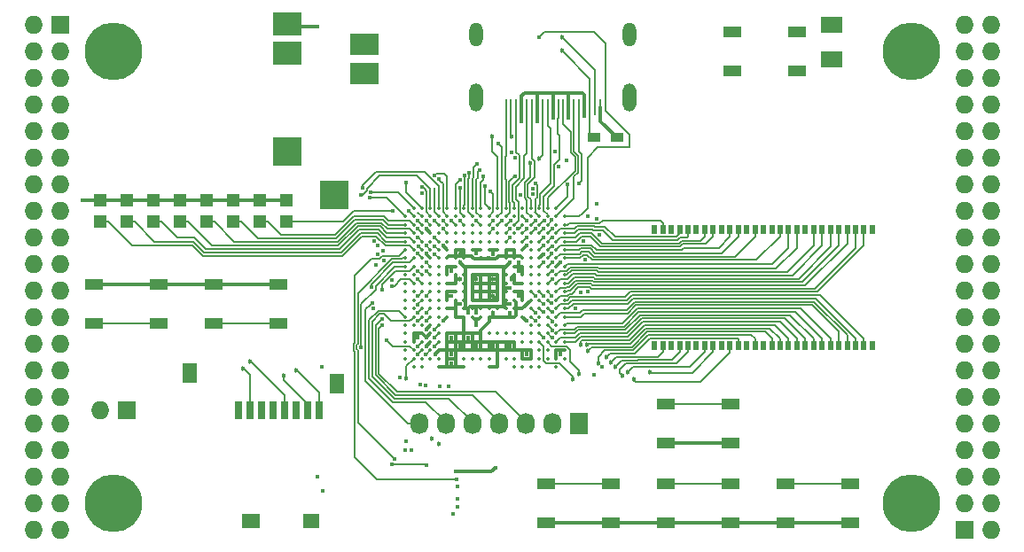
<source format=gtl>
G04 #@! TF.FileFunction,Copper,L1,Top,Signal*
%FSLAX46Y46*%
G04 Gerber Fmt 4.6, Leading zero omitted, Abs format (unit mm)*
G04 Created by KiCad (PCBNEW 4.0.5+dfsg1-4) date Thu May  4 12:37:23 2017*
%MOMM*%
%LPD*%
G01*
G04 APERTURE LIST*
%ADD10C,0.100000*%
%ADD11C,0.350000*%
%ADD12R,2.032000X1.524000*%
%ADD13R,0.700000X1.800000*%
%ADD14R,1.600000X1.400000*%
%ADD15R,1.800000X1.400000*%
%ADD16R,1.400000X1.900000*%
%ADD17R,1.800000X1.100000*%
%ADD18R,1.198880X1.198880*%
%ADD19R,2.800000X2.200000*%
%ADD20R,2.800000X2.800000*%
%ADD21R,2.800000X2.000000*%
%ADD22R,0.560000X0.900000*%
%ADD23O,1.300000X2.700000*%
%ADD24O,1.300000X2.300000*%
%ADD25R,0.250000X1.600000*%
%ADD26R,1.727200X1.727200*%
%ADD27O,1.727200X1.727200*%
%ADD28C,5.500000*%
%ADD29R,1.200000X0.900000*%
%ADD30R,1.727200X2.032000*%
%ADD31O,1.727200X2.032000*%
%ADD32C,0.400000*%
%ADD33C,0.454000*%
%ADD34C,0.300000*%
%ADD35C,0.190000*%
%ADD36C,0.200000*%
G04 APERTURE END LIST*
D10*
D11*
X131680000Y-80200000D03*
X132480000Y-80200000D03*
X133280000Y-80200000D03*
X134080000Y-80200000D03*
X134880000Y-80200000D03*
X135680000Y-80200000D03*
X136480000Y-80200000D03*
X137280000Y-80200000D03*
X138080000Y-80200000D03*
X138880000Y-80200000D03*
X139680000Y-80200000D03*
X140480000Y-80200000D03*
X141280000Y-80200000D03*
X142080000Y-80200000D03*
X142880000Y-80200000D03*
X143680000Y-80200000D03*
X144480000Y-80200000D03*
X145280000Y-80200000D03*
X130880000Y-81000000D03*
X131680000Y-81000000D03*
X132480000Y-81000000D03*
X133280000Y-81000000D03*
X134080000Y-81000000D03*
X134880000Y-81000000D03*
X135680000Y-81000000D03*
X136480000Y-81000000D03*
X137280000Y-81000000D03*
X138080000Y-81000000D03*
X138880000Y-81000000D03*
X139680000Y-81000000D03*
X140480000Y-81000000D03*
X141280000Y-81000000D03*
X142080000Y-81000000D03*
X142880000Y-81000000D03*
X143680000Y-81000000D03*
X144480000Y-81000000D03*
X145280000Y-81000000D03*
X146080000Y-81000000D03*
X130880000Y-81800000D03*
X131680000Y-81800000D03*
X132480000Y-81800000D03*
X133280000Y-81800000D03*
X134080000Y-81800000D03*
X134880000Y-81800000D03*
X135680000Y-81800000D03*
X136480000Y-81800000D03*
X137280000Y-81800000D03*
X138080000Y-81800000D03*
X138880000Y-81800000D03*
X139680000Y-81800000D03*
X140480000Y-81800000D03*
X141280000Y-81800000D03*
X142080000Y-81800000D03*
X142880000Y-81800000D03*
X143680000Y-81800000D03*
X144480000Y-81800000D03*
X145280000Y-81800000D03*
X146080000Y-81800000D03*
X130880000Y-82600000D03*
X131680000Y-82600000D03*
X132480000Y-82600000D03*
X133280000Y-82600000D03*
X134080000Y-82600000D03*
X134880000Y-82600000D03*
X135680000Y-82600000D03*
X136480000Y-82600000D03*
X137280000Y-82600000D03*
X138080000Y-82600000D03*
X138880000Y-82600000D03*
X139680000Y-82600000D03*
X140480000Y-82600000D03*
X141280000Y-82600000D03*
X142080000Y-82600000D03*
X142880000Y-82600000D03*
X143680000Y-82600000D03*
X144480000Y-82600000D03*
X145280000Y-82600000D03*
X146080000Y-82600000D03*
X130880000Y-83400000D03*
X131680000Y-83400000D03*
X132480000Y-83400000D03*
X133280000Y-83400000D03*
X134080000Y-83400000D03*
X134880000Y-83400000D03*
X135680000Y-83400000D03*
X136480000Y-83400000D03*
X137280000Y-83400000D03*
X138080000Y-83400000D03*
X138880000Y-83400000D03*
X139680000Y-83400000D03*
X140480000Y-83400000D03*
X141280000Y-83400000D03*
X142080000Y-83400000D03*
X142880000Y-83400000D03*
X143680000Y-83400000D03*
X144480000Y-83400000D03*
X145280000Y-83400000D03*
X146080000Y-83400000D03*
X130880000Y-84200000D03*
X131680000Y-84200000D03*
X132480000Y-84200000D03*
X133280000Y-84200000D03*
X134080000Y-84200000D03*
X134880000Y-84200000D03*
X135680000Y-84200000D03*
X136480000Y-84200000D03*
X137280000Y-84200000D03*
X138080000Y-84200000D03*
X138880000Y-84200000D03*
X139680000Y-84200000D03*
X140480000Y-84200000D03*
X141280000Y-84200000D03*
X142080000Y-84200000D03*
X142880000Y-84200000D03*
X143680000Y-84200000D03*
X144480000Y-84200000D03*
X145280000Y-84200000D03*
X146080000Y-84200000D03*
X130880000Y-85000000D03*
X131680000Y-85000000D03*
X132480000Y-85000000D03*
X133280000Y-85000000D03*
X134080000Y-85000000D03*
X134880000Y-85000000D03*
X135680000Y-85000000D03*
X136480000Y-85000000D03*
X137280000Y-85000000D03*
X138080000Y-85000000D03*
X138880000Y-85000000D03*
X139680000Y-85000000D03*
X140480000Y-85000000D03*
X141280000Y-85000000D03*
X142080000Y-85000000D03*
X142880000Y-85000000D03*
X143680000Y-85000000D03*
X144480000Y-85000000D03*
X145280000Y-85000000D03*
X146080000Y-85000000D03*
X130880000Y-85800000D03*
X131680000Y-85800000D03*
X132480000Y-85800000D03*
X133280000Y-85800000D03*
X134080000Y-85800000D03*
X134880000Y-85800000D03*
X135680000Y-85800000D03*
X136480000Y-85800000D03*
X137280000Y-85800000D03*
X138080000Y-85800000D03*
X138880000Y-85800000D03*
X139680000Y-85800000D03*
X140480000Y-85800000D03*
X141280000Y-85800000D03*
X142080000Y-85800000D03*
X142880000Y-85800000D03*
X143680000Y-85800000D03*
X144480000Y-85800000D03*
X145280000Y-85800000D03*
X146080000Y-85800000D03*
X130880000Y-86600000D03*
X131680000Y-86600000D03*
X132480000Y-86600000D03*
X133280000Y-86600000D03*
X134080000Y-86600000D03*
X134880000Y-86600000D03*
X135680000Y-86600000D03*
X136480000Y-86600000D03*
X137280000Y-86600000D03*
X138080000Y-86600000D03*
X138880000Y-86600000D03*
X139680000Y-86600000D03*
X140480000Y-86600000D03*
X141280000Y-86600000D03*
X142080000Y-86600000D03*
X142880000Y-86600000D03*
X143680000Y-86600000D03*
X144480000Y-86600000D03*
X145280000Y-86600000D03*
X146080000Y-86600000D03*
X130880000Y-87400000D03*
X131680000Y-87400000D03*
X132480000Y-87400000D03*
X133280000Y-87400000D03*
X134080000Y-87400000D03*
X134880000Y-87400000D03*
X135680000Y-87400000D03*
X136480000Y-87400000D03*
X137280000Y-87400000D03*
X138080000Y-87400000D03*
X138880000Y-87400000D03*
X139680000Y-87400000D03*
X140480000Y-87400000D03*
X141280000Y-87400000D03*
X142080000Y-87400000D03*
X142880000Y-87400000D03*
X143680000Y-87400000D03*
X144480000Y-87400000D03*
X145280000Y-87400000D03*
X146080000Y-87400000D03*
X130880000Y-88200000D03*
X131680000Y-88200000D03*
X132480000Y-88200000D03*
X133280000Y-88200000D03*
X134080000Y-88200000D03*
X134880000Y-88200000D03*
X135680000Y-88200000D03*
X136480000Y-88200000D03*
X137280000Y-88200000D03*
X138080000Y-88200000D03*
X138880000Y-88200000D03*
X139680000Y-88200000D03*
X140480000Y-88200000D03*
X141280000Y-88200000D03*
X142080000Y-88200000D03*
X142880000Y-88200000D03*
X143680000Y-88200000D03*
X144480000Y-88200000D03*
X145280000Y-88200000D03*
X146080000Y-88200000D03*
X130880000Y-89000000D03*
X131680000Y-89000000D03*
X132480000Y-89000000D03*
X133280000Y-89000000D03*
X134080000Y-89000000D03*
X134880000Y-89000000D03*
X135680000Y-89000000D03*
X136480000Y-89000000D03*
X137280000Y-89000000D03*
X138080000Y-89000000D03*
X138880000Y-89000000D03*
X139680000Y-89000000D03*
X140480000Y-89000000D03*
X141280000Y-89000000D03*
X142080000Y-89000000D03*
X142880000Y-89000000D03*
X143680000Y-89000000D03*
X144480000Y-89000000D03*
X145280000Y-89000000D03*
X146080000Y-89000000D03*
X130880000Y-89800000D03*
X131680000Y-89800000D03*
X132480000Y-89800000D03*
X133280000Y-89800000D03*
X134080000Y-89800000D03*
X134880000Y-89800000D03*
X135680000Y-89800000D03*
X136480000Y-89800000D03*
X137280000Y-89800000D03*
X138080000Y-89800000D03*
X138880000Y-89800000D03*
X139680000Y-89800000D03*
X140480000Y-89800000D03*
X141280000Y-89800000D03*
X142080000Y-89800000D03*
X142880000Y-89800000D03*
X143680000Y-89800000D03*
X144480000Y-89800000D03*
X145280000Y-89800000D03*
X146080000Y-89800000D03*
X130880000Y-90600000D03*
X131680000Y-90600000D03*
X132480000Y-90600000D03*
X133280000Y-90600000D03*
X134080000Y-90600000D03*
X134880000Y-90600000D03*
X135680000Y-90600000D03*
X136480000Y-90600000D03*
X137280000Y-90600000D03*
X138080000Y-90600000D03*
X138880000Y-90600000D03*
X139680000Y-90600000D03*
X140480000Y-90600000D03*
X141280000Y-90600000D03*
X142080000Y-90600000D03*
X142880000Y-90600000D03*
X143680000Y-90600000D03*
X144480000Y-90600000D03*
X145280000Y-90600000D03*
X146080000Y-90600000D03*
X130880000Y-91400000D03*
X131680000Y-91400000D03*
X132480000Y-91400000D03*
X133280000Y-91400000D03*
X134080000Y-91400000D03*
X142880000Y-91400000D03*
X143680000Y-91400000D03*
X144480000Y-91400000D03*
X145280000Y-91400000D03*
X146080000Y-91400000D03*
X130880000Y-92200000D03*
X131680000Y-92200000D03*
X132480000Y-92200000D03*
X133280000Y-92200000D03*
X134080000Y-92200000D03*
X134880000Y-92200000D03*
X135680000Y-92200000D03*
X136480000Y-92200000D03*
X137280000Y-92200000D03*
X138080000Y-92200000D03*
X138880000Y-92200000D03*
X139680000Y-92200000D03*
X140480000Y-92200000D03*
X141280000Y-92200000D03*
X142080000Y-92200000D03*
X142880000Y-92200000D03*
X143680000Y-92200000D03*
X144480000Y-92200000D03*
X145280000Y-92200000D03*
X146080000Y-92200000D03*
X130880000Y-93000000D03*
X131680000Y-93000000D03*
X132480000Y-93000000D03*
X133280000Y-93000000D03*
X134080000Y-93000000D03*
X134880000Y-93000000D03*
X135680000Y-93000000D03*
X136480000Y-93000000D03*
X137280000Y-93000000D03*
X138080000Y-93000000D03*
X138880000Y-93000000D03*
X139680000Y-93000000D03*
X140480000Y-93000000D03*
X141280000Y-93000000D03*
X142080000Y-93000000D03*
X142880000Y-93000000D03*
X143680000Y-93000000D03*
X144480000Y-93000000D03*
X145280000Y-93000000D03*
X146080000Y-93000000D03*
X130880000Y-93800000D03*
X131680000Y-93800000D03*
X132480000Y-93800000D03*
X133280000Y-93800000D03*
X134080000Y-93800000D03*
X134880000Y-93800000D03*
X135680000Y-93800000D03*
X136480000Y-93800000D03*
X137280000Y-93800000D03*
X138080000Y-93800000D03*
X138880000Y-93800000D03*
X139680000Y-93800000D03*
X140480000Y-93800000D03*
X141280000Y-93800000D03*
X142080000Y-93800000D03*
X142880000Y-93800000D03*
X143680000Y-93800000D03*
X144480000Y-93800000D03*
X145280000Y-93800000D03*
X146080000Y-93800000D03*
X130880000Y-94600000D03*
X131680000Y-94600000D03*
X132480000Y-94600000D03*
X133280000Y-94600000D03*
X134080000Y-94600000D03*
X134880000Y-94600000D03*
X135680000Y-94600000D03*
X136480000Y-94600000D03*
X137280000Y-94600000D03*
X138080000Y-94600000D03*
X138880000Y-94600000D03*
X139680000Y-94600000D03*
X140480000Y-94600000D03*
X141280000Y-94600000D03*
X142080000Y-94600000D03*
X142880000Y-94600000D03*
X143680000Y-94600000D03*
X144480000Y-94600000D03*
X145280000Y-94600000D03*
X146080000Y-94600000D03*
X131680000Y-95400000D03*
X132480000Y-95400000D03*
X134080000Y-95400000D03*
X134880000Y-95400000D03*
X135680000Y-95400000D03*
X136480000Y-95400000D03*
X138880000Y-95400000D03*
X139680000Y-95400000D03*
X141280000Y-95400000D03*
X142080000Y-95400000D03*
X142880000Y-95400000D03*
X143680000Y-95400000D03*
X145280000Y-95400000D03*
D12*
X171570000Y-65992000D03*
X171570000Y-62690000D03*
D13*
X114930000Y-99520000D03*
X116030000Y-99520000D03*
X117130000Y-99520000D03*
X118230000Y-99520000D03*
X119330000Y-99520000D03*
X120430000Y-99520000D03*
X121530000Y-99520000D03*
X122630000Y-99520000D03*
D14*
X121920000Y-110120000D03*
D15*
X116120000Y-110120000D03*
D16*
X124320000Y-96970000D03*
X110270000Y-95970000D03*
D17*
X101160000Y-87510000D03*
X107360000Y-87510000D03*
X101160000Y-91210000D03*
X107360000Y-91210000D03*
X112590000Y-87510000D03*
X118790000Y-87510000D03*
X112590000Y-91210000D03*
X118790000Y-91210000D03*
X161970000Y-102640000D03*
X155770000Y-102640000D03*
X161970000Y-98940000D03*
X155770000Y-98940000D03*
X161970000Y-110260000D03*
X155770000Y-110260000D03*
X161970000Y-106560000D03*
X155770000Y-106560000D03*
X150540000Y-110260000D03*
X144340000Y-110260000D03*
X150540000Y-106560000D03*
X144340000Y-106560000D03*
X173400000Y-110260000D03*
X167200000Y-110260000D03*
X173400000Y-106560000D03*
X167200000Y-106560000D03*
D18*
X119500000Y-81519020D03*
X119500000Y-79420980D03*
X116960000Y-81519020D03*
X116960000Y-79420980D03*
X114420000Y-81519020D03*
X114420000Y-79420980D03*
X111880000Y-81519020D03*
X111880000Y-79420980D03*
X109340000Y-81519020D03*
X109340000Y-79420980D03*
X106800000Y-81519020D03*
X106800000Y-79420980D03*
X104260000Y-81519020D03*
X104260000Y-79420980D03*
X101720000Y-81519020D03*
X101720000Y-79420980D03*
D19*
X119610000Y-62640000D03*
X119610000Y-65440000D03*
D20*
X119610000Y-74840000D03*
X124060000Y-78940000D03*
D21*
X127010000Y-67340000D03*
X127010000Y-64540000D03*
D22*
X175480000Y-82270000D03*
X154680000Y-93330000D03*
X155480000Y-93330000D03*
X156280000Y-93330000D03*
X157080000Y-93330000D03*
X157880000Y-93330000D03*
X158680000Y-93330000D03*
X159480000Y-93330000D03*
X160280000Y-93330000D03*
X161080000Y-93330000D03*
X161880000Y-93330000D03*
X162680000Y-93330000D03*
X163480000Y-93330000D03*
X164280000Y-93330000D03*
X165080000Y-93330000D03*
X165880000Y-93330000D03*
X166680000Y-93330000D03*
X167480000Y-93330000D03*
X168280000Y-93330000D03*
X169080000Y-93330000D03*
X169880000Y-93330000D03*
X170680000Y-93330000D03*
X171480000Y-93330000D03*
X172280000Y-93330000D03*
X173080000Y-93330000D03*
X173880000Y-93330000D03*
X174680000Y-93330000D03*
X175480000Y-93330000D03*
X174680000Y-82270000D03*
X173880000Y-82270000D03*
X173080000Y-82270000D03*
X172280000Y-82270000D03*
X171480000Y-82270000D03*
X170680000Y-82270000D03*
X169880000Y-82270000D03*
X169080000Y-82270000D03*
X168280000Y-82270000D03*
X167480000Y-82270000D03*
X166680000Y-82270000D03*
X165880000Y-82270000D03*
X165080000Y-82270000D03*
X164280000Y-82270000D03*
X163480000Y-82270000D03*
X162680000Y-82270000D03*
X161880000Y-82270000D03*
X161080000Y-82270000D03*
X160280000Y-82270000D03*
X159480000Y-82270000D03*
X158680000Y-82270000D03*
X157880000Y-82270000D03*
X157080000Y-82270000D03*
X156280000Y-82270000D03*
X155480000Y-82270000D03*
X154680000Y-82270000D03*
D23*
X152280000Y-69650000D03*
X137680000Y-69650000D03*
D24*
X137680000Y-63600000D03*
D25*
X140480000Y-70600000D03*
X140980000Y-70600000D03*
X141480000Y-70600000D03*
X141980000Y-70600000D03*
X142480000Y-70600000D03*
X142980000Y-70600000D03*
X143480000Y-70600000D03*
X143980000Y-70600000D03*
X144480000Y-70600000D03*
X144980000Y-70600000D03*
X145480000Y-70600000D03*
X145980000Y-70600000D03*
X146480000Y-70600000D03*
X146980000Y-70600000D03*
X147480000Y-70600000D03*
X147980000Y-70600000D03*
X148480000Y-70600000D03*
X148980000Y-70600000D03*
X149480000Y-70600000D03*
D24*
X152280000Y-63600000D03*
D26*
X97910000Y-62690000D03*
D27*
X95370000Y-62690000D03*
X97910000Y-65230000D03*
X95370000Y-65230000D03*
X97910000Y-67770000D03*
X95370000Y-67770000D03*
X97910000Y-70310000D03*
X95370000Y-70310000D03*
X97910000Y-72850000D03*
X95370000Y-72850000D03*
X97910000Y-75390000D03*
X95370000Y-75390000D03*
X97910000Y-77930000D03*
X95370000Y-77930000D03*
X97910000Y-80470000D03*
X95370000Y-80470000D03*
X97910000Y-83010000D03*
X95370000Y-83010000D03*
X97910000Y-85550000D03*
X95370000Y-85550000D03*
X97910000Y-88090000D03*
X95370000Y-88090000D03*
X97910000Y-90630000D03*
X95370000Y-90630000D03*
X97910000Y-93170000D03*
X95370000Y-93170000D03*
X97910000Y-95710000D03*
X95370000Y-95710000D03*
X97910000Y-98250000D03*
X95370000Y-98250000D03*
X97910000Y-100790000D03*
X95370000Y-100790000D03*
X97910000Y-103330000D03*
X95370000Y-103330000D03*
X97910000Y-105870000D03*
X95370000Y-105870000D03*
X97910000Y-108410000D03*
X95370000Y-108410000D03*
X97910000Y-110950000D03*
X95370000Y-110950000D03*
D26*
X184270000Y-110950000D03*
D27*
X186810000Y-110950000D03*
X184270000Y-108410000D03*
X186810000Y-108410000D03*
X184270000Y-105870000D03*
X186810000Y-105870000D03*
X184270000Y-103330000D03*
X186810000Y-103330000D03*
X184270000Y-100790000D03*
X186810000Y-100790000D03*
X184270000Y-98250000D03*
X186810000Y-98250000D03*
X184270000Y-95710000D03*
X186810000Y-95710000D03*
X184270000Y-93170000D03*
X186810000Y-93170000D03*
X184270000Y-90630000D03*
X186810000Y-90630000D03*
X184270000Y-88090000D03*
X186810000Y-88090000D03*
X184270000Y-85550000D03*
X186810000Y-85550000D03*
X184270000Y-83010000D03*
X186810000Y-83010000D03*
X184270000Y-80470000D03*
X186810000Y-80470000D03*
X184270000Y-77930000D03*
X186810000Y-77930000D03*
X184270000Y-75390000D03*
X186810000Y-75390000D03*
X184270000Y-72850000D03*
X186810000Y-72850000D03*
X184270000Y-70310000D03*
X186810000Y-70310000D03*
X184270000Y-67770000D03*
X186810000Y-67770000D03*
X184270000Y-65230000D03*
X186810000Y-65230000D03*
X184270000Y-62690000D03*
X186810000Y-62690000D03*
D28*
X102990000Y-108410000D03*
X179190000Y-108410000D03*
X179190000Y-65230000D03*
X102990000Y-65230000D03*
D17*
X162120000Y-63380000D03*
X168320000Y-63380000D03*
X162120000Y-67080000D03*
X168320000Y-67080000D03*
D29*
X151080000Y-73485000D03*
X148880000Y-73485000D03*
D26*
X104260000Y-99520000D03*
D27*
X101720000Y-99520000D03*
D30*
X147440000Y-100790000D03*
D31*
X144900000Y-100790000D03*
X142360000Y-100790000D03*
X139820000Y-100790000D03*
X137280000Y-100790000D03*
X134740000Y-100790000D03*
X132200000Y-100790000D03*
D32*
X145680000Y-85422010D03*
X146474680Y-71591464D03*
X147980000Y-71421198D03*
X144973174Y-71597397D03*
X100017740Y-79439515D03*
X132880424Y-84565132D03*
X133710711Y-94200625D03*
X143480000Y-71900000D03*
X141986140Y-71899854D03*
X144080000Y-84600000D03*
X145680000Y-94200000D03*
X136080000Y-89400000D03*
X140880000Y-90200000D03*
X135280000Y-95000000D03*
X135280000Y-94200000D03*
X142480000Y-94200000D03*
X140880000Y-93400000D03*
X139280000Y-93400000D03*
X137680000Y-93400000D03*
X136080000Y-93400000D03*
X136880000Y-92600000D03*
X135280000Y-92600000D03*
X132880000Y-91800000D03*
X132880000Y-93400000D03*
X132880000Y-82200000D03*
D33*
X139282888Y-90185466D03*
X141042859Y-86994997D03*
X139280000Y-87000000D03*
X136110990Y-86995403D03*
X139280000Y-88600000D03*
X137680000Y-87000000D03*
X136080000Y-84600000D03*
D32*
X149185000Y-79800000D03*
X137665894Y-91402446D03*
X135273306Y-88618602D03*
X139272517Y-84611349D03*
X137680556Y-84534085D03*
X141680000Y-86200000D03*
X135280000Y-86200000D03*
X132880000Y-92600000D03*
X132080000Y-92600000D03*
X141680000Y-88600000D03*
X141680000Y-85400000D03*
X130359539Y-96375104D03*
X140880000Y-89400000D03*
X137680000Y-90172990D03*
X140880000Y-87800000D03*
X140880000Y-85400000D03*
X136880000Y-90200000D03*
D33*
X136080000Y-85400000D03*
D32*
X139280000Y-82200000D03*
X142480000Y-91000000D03*
X142480000Y-83800000D03*
X134480000Y-83800000D03*
X134480000Y-91000000D03*
X135884156Y-106800406D03*
X134989952Y-97239158D03*
X133680000Y-91800000D03*
D33*
X134074414Y-102752225D03*
D32*
X135855186Y-108022639D03*
X134198152Y-97269984D03*
D33*
X133449289Y-102232615D03*
D32*
X133680000Y-92600000D03*
X132918584Y-104800000D03*
X129560338Y-104680338D03*
X135853254Y-108792386D03*
X132849983Y-97161003D03*
X133685668Y-93402482D03*
X132322256Y-97030173D03*
X135471949Y-109409592D03*
X132858000Y-94197073D03*
X130930000Y-102458384D03*
X122480000Y-62900000D03*
D33*
X145851858Y-65189228D03*
X145873729Y-63920849D03*
D32*
X143680000Y-63900000D03*
X140080000Y-81400000D03*
D33*
X115401833Y-95513164D03*
X116075985Y-94839013D03*
X119237010Y-96188514D03*
X120492438Y-95673555D03*
D32*
X132880000Y-90200000D03*
X147480000Y-77822010D03*
X146387166Y-77918991D03*
X129574207Y-87630767D03*
X131453853Y-103296209D03*
X144885216Y-91021238D03*
D33*
X149288902Y-95043868D03*
D32*
X144885689Y-90132858D03*
D33*
X150129901Y-94414903D03*
D32*
X144890381Y-83866022D03*
D33*
X152680000Y-96550990D03*
D32*
X144894101Y-83022010D03*
D33*
X154275598Y-95924907D03*
D32*
X144901285Y-86268736D03*
D33*
X152118693Y-95894785D03*
X151619585Y-96228215D03*
D32*
X144888562Y-86993817D03*
D33*
X150902589Y-95397137D03*
D32*
X144877648Y-88622010D03*
X144869421Y-89288847D03*
D33*
X150496552Y-94981555D03*
X148342288Y-93839222D03*
D32*
X144882782Y-91877646D03*
D33*
X147644473Y-93229475D03*
D32*
X144080000Y-92600000D03*
D33*
X148224044Y-93270369D03*
D32*
X144882352Y-92577990D03*
D33*
X130952023Y-96441355D03*
D32*
X129077793Y-92806305D03*
X132080000Y-93400000D03*
X132080000Y-94200000D03*
X132080000Y-88577990D03*
X127740755Y-89253216D03*
X127858015Y-89776851D03*
X122880000Y-95400000D03*
X132880000Y-88600000D03*
X129626796Y-87106386D03*
X130839486Y-103354982D03*
X132080000Y-87000000D03*
X132880000Y-86200000D03*
X129880000Y-104200000D03*
X135778649Y-106163691D03*
X127613979Y-87797421D03*
X122465404Y-105844974D03*
X126674616Y-93496855D03*
X128661175Y-88020177D03*
X122983658Y-107217238D03*
X139782500Y-74073458D03*
D33*
X139185419Y-73378045D03*
X141029139Y-73391006D03*
X143625670Y-75521246D03*
X142775852Y-75939146D03*
D32*
X132080000Y-90200000D03*
X132080000Y-89422010D03*
X135274882Y-81390604D03*
X134480367Y-81390604D03*
X134058357Y-77465303D03*
X133668154Y-77111081D03*
X126773709Y-78308800D03*
X126604386Y-78926444D03*
X127445822Y-79226361D03*
X127566271Y-78713298D03*
X132504562Y-78200000D03*
X132505009Y-78796823D03*
X132884441Y-81391117D03*
X127880331Y-83320905D03*
X132084319Y-83022010D03*
X128241605Y-83742915D03*
X132886504Y-83777990D03*
X128715776Y-84283910D03*
X132117443Y-83866021D03*
X128271699Y-84586926D03*
X132032194Y-84565132D03*
X128877304Y-85197304D03*
X133671942Y-84595200D03*
X128104488Y-85629767D03*
X132875802Y-85421990D03*
D33*
X146880000Y-96600000D03*
X147440156Y-96014538D03*
D32*
X148880000Y-96100000D03*
X143280000Y-91000000D03*
X144082424Y-90132858D03*
X149700826Y-95417640D03*
X147123968Y-89767616D03*
X144035793Y-89397606D03*
X143281824Y-90201951D03*
X144080517Y-85397219D03*
X144886544Y-85385186D03*
X149400006Y-82723643D03*
X144080000Y-83000000D03*
X144885092Y-82177990D03*
X147595986Y-88289581D03*
X144082832Y-88584510D03*
X148280000Y-88177990D03*
X143278026Y-88595030D03*
X149129066Y-81214474D03*
X144076901Y-82186448D03*
X148337768Y-80975785D03*
X144866392Y-81333979D03*
X139280000Y-81400000D03*
X139030990Y-78600803D03*
X138474753Y-78117762D03*
X138291969Y-77164182D03*
X137754556Y-75974186D03*
X137974958Y-76577236D03*
X137680000Y-81400000D03*
X136967862Y-76797850D03*
X136540508Y-77107981D03*
X136123321Y-77473680D03*
X136102010Y-78268593D03*
X136080000Y-81400000D03*
X148063983Y-85114902D03*
X144877691Y-84532933D03*
X147880000Y-83319858D03*
X144080000Y-83800000D03*
X143019945Y-78903038D03*
X142473549Y-82998913D03*
X143086704Y-78380271D03*
X142457990Y-82191394D03*
X145520358Y-76270654D03*
X144146021Y-81374784D03*
X143323210Y-77837480D03*
X146289107Y-75636632D03*
X143302010Y-82194992D03*
X143302010Y-81381735D03*
X145172870Y-74792620D03*
X141853043Y-78968642D03*
X141657990Y-82130345D03*
X142457990Y-81382236D03*
X140924011Y-81375594D03*
X141346021Y-77170289D03*
X141046643Y-74873804D03*
X140864029Y-83041403D03*
X141329877Y-75415642D03*
X140902010Y-82179283D03*
X133680000Y-82977990D03*
X132080000Y-81400000D03*
X132080000Y-82177990D03*
X130976883Y-77755103D03*
X133680000Y-81400000D03*
X133680000Y-83822010D03*
X128702010Y-91430673D03*
X132880000Y-91000000D03*
X128681850Y-90794963D03*
X132077648Y-90977990D03*
X132080000Y-86200000D03*
X129680000Y-80500000D03*
X131180000Y-80500000D03*
X134480000Y-82200000D03*
X139480000Y-105000000D03*
X135680000Y-105400000D03*
D34*
X145280000Y-85800000D02*
X145657990Y-85422010D01*
X145657990Y-85422010D02*
X145680000Y-85422010D01*
X147980000Y-70600000D02*
X147980000Y-71421198D01*
X146480000Y-70600000D02*
X146474680Y-70605320D01*
X146474680Y-70605320D02*
X146474680Y-71308622D01*
X146474680Y-71308622D02*
X146474680Y-71591464D01*
X144973174Y-71314555D02*
X144973174Y-71597397D01*
X144980000Y-70600000D02*
X144973174Y-70606826D01*
X144973174Y-70606826D02*
X144973174Y-71314555D01*
X100036275Y-79420980D02*
X100017740Y-79439515D01*
X101720000Y-79420980D02*
X100036275Y-79420980D01*
X133280000Y-85000000D02*
X132880424Y-84600424D01*
X132880424Y-84600424D02*
X132880424Y-84565132D01*
X141280000Y-85000000D02*
X141280000Y-84800000D01*
X141280000Y-84200000D02*
X141280000Y-85000000D01*
X140480000Y-84200000D02*
X141280000Y-84200000D01*
X141280000Y-84800000D02*
X141280000Y-84200000D01*
X141905001Y-84825001D02*
X141305001Y-84825001D01*
X141305001Y-84825001D02*
X141280000Y-84800000D01*
X140480000Y-85000000D02*
X140480000Y-84200000D01*
X139680000Y-85000000D02*
X139680000Y-84898347D01*
X139680000Y-84898347D02*
X139753346Y-84825001D01*
X138280000Y-85088351D02*
X138680000Y-85088351D01*
X137463975Y-85088351D02*
X138280000Y-85088351D01*
X138280000Y-85088351D02*
X139489996Y-85088351D01*
X138080000Y-85000000D02*
X138191649Y-85000000D01*
X138191649Y-85000000D02*
X138280000Y-85088351D01*
X138880000Y-85000000D02*
X138768351Y-85000000D01*
X138768351Y-85000000D02*
X138680000Y-85088351D01*
X135680000Y-84200000D02*
X135680000Y-84800000D01*
X135680000Y-84800000D02*
X135680000Y-85000000D01*
X135054999Y-84825001D02*
X135654999Y-84825001D01*
X135654999Y-84825001D02*
X135680000Y-84800000D01*
X136480000Y-85000000D02*
X136480000Y-84200000D01*
X134880000Y-85000000D02*
X135054999Y-84825001D01*
X138880000Y-87400000D02*
X139680000Y-87400000D01*
X138880000Y-88200000D02*
X138880000Y-89000000D01*
X138880000Y-88200000D02*
X139680000Y-88200000D01*
X137280000Y-88200000D02*
X138080000Y-88200000D01*
X141454999Y-89174999D02*
X141280000Y-89000000D01*
X141454999Y-90425001D02*
X141454999Y-89174999D01*
X141280000Y-90600000D02*
X141454999Y-90425001D01*
X134080000Y-93800000D02*
X133710711Y-94169289D01*
X133710711Y-94169289D02*
X133710711Y-94200625D01*
X142280000Y-69200000D02*
X143480000Y-69200000D01*
X143480000Y-69200000D02*
X144980000Y-69200000D01*
X143480000Y-70600000D02*
X143480000Y-69200000D01*
X144980000Y-69200000D02*
X146480000Y-69200000D01*
X144980000Y-70600000D02*
X144980000Y-69200000D01*
X146480000Y-69200000D02*
X147780000Y-69200000D01*
X146480000Y-70600000D02*
X146480000Y-69200000D01*
X147980000Y-69400000D02*
X147980000Y-70600000D01*
X147780000Y-69200000D02*
X147980000Y-69400000D01*
X141980000Y-70600000D02*
X141980000Y-69500000D01*
X141980000Y-69500000D02*
X142280000Y-69200000D01*
X143480000Y-70600000D02*
X143480000Y-71900000D01*
X116960000Y-79420980D02*
X119500000Y-79420980D01*
X114420000Y-79420980D02*
X116960000Y-79420980D01*
X111880000Y-79420980D02*
X114420000Y-79420980D01*
X109340000Y-79420980D02*
X111880000Y-79420980D01*
X106800000Y-79420980D02*
X109340000Y-79420980D01*
X104260000Y-79420980D02*
X106800000Y-79420980D01*
X101720000Y-79420980D02*
X104260000Y-79420980D01*
X141980000Y-71893714D02*
X141986140Y-71899854D01*
X141980000Y-70600000D02*
X141980000Y-71893714D01*
X143680000Y-85000000D02*
X144080000Y-84600000D01*
X142080000Y-89800000D02*
X142880000Y-89000000D01*
X145680000Y-93800000D02*
X145280000Y-93800000D01*
X146080000Y-93800000D02*
X145680000Y-93800000D01*
X145680000Y-93800000D02*
X145680000Y-94200000D01*
X135680000Y-89400000D02*
X135680000Y-89800000D01*
X135680000Y-89000000D02*
X135680000Y-89400000D01*
X135680000Y-89400000D02*
X136080000Y-89400000D01*
X140880000Y-90600000D02*
X141280000Y-90600000D01*
X139280000Y-90600000D02*
X140880000Y-90600000D01*
X140880000Y-90600000D02*
X140880000Y-90200000D01*
X135280000Y-95400000D02*
X135680000Y-95400000D01*
X134880000Y-95400000D02*
X135280000Y-95400000D01*
X135280000Y-95400000D02*
X135280000Y-95000000D01*
X135280000Y-93800000D02*
X135680000Y-93800000D01*
X134880000Y-93800000D02*
X135280000Y-93800000D01*
X135280000Y-93800000D02*
X135280000Y-94200000D01*
X142480000Y-93800000D02*
X142080000Y-93800000D01*
X142880000Y-93800000D02*
X142480000Y-93800000D01*
X142480000Y-93800000D02*
X142480000Y-94200000D01*
X140880000Y-93000000D02*
X141280000Y-93000000D01*
X140480000Y-93000000D02*
X140880000Y-93000000D01*
X140880000Y-93000000D02*
X140880000Y-93400000D01*
X139280000Y-93000000D02*
X138880000Y-93000000D01*
X139680000Y-93000000D02*
X139280000Y-93000000D01*
X139280000Y-93000000D02*
X139280000Y-93400000D01*
X137680000Y-93000000D02*
X137280000Y-93000000D01*
X137680000Y-93000000D02*
X137680000Y-93400000D01*
X138080000Y-93000000D02*
X137680000Y-93000000D01*
X136080000Y-93000000D02*
X135680000Y-93000000D01*
X136480000Y-93000000D02*
X136080000Y-93000000D01*
X136080000Y-93000000D02*
X136080000Y-93400000D01*
X136880000Y-93000000D02*
X136480000Y-93000000D01*
X137280000Y-93000000D02*
X136880000Y-93000000D01*
X136880000Y-93000000D02*
X136880000Y-92600000D01*
X135280000Y-93000000D02*
X135680000Y-93000000D01*
X134880000Y-93000000D02*
X135280000Y-93000000D01*
X135280000Y-93000000D02*
X135280000Y-92600000D01*
X133280000Y-91400000D02*
X132880000Y-91800000D01*
X133280000Y-93000000D02*
X132880000Y-93400000D01*
X133280000Y-82600000D02*
X132880000Y-82200000D01*
X139753346Y-84825001D02*
X141905001Y-84825001D01*
X135054999Y-84825001D02*
X137200625Y-84825001D01*
X137200625Y-84825001D02*
X137463975Y-85088351D01*
X139489996Y-85088351D02*
X139753346Y-84825001D01*
X141905001Y-84825001D02*
X142080000Y-85000000D01*
X139282888Y-90506492D02*
X139282888Y-90185466D01*
X139280000Y-90600000D02*
X139282888Y-90597112D01*
X139282888Y-90597112D02*
X139282888Y-90506492D01*
X141042859Y-86837141D02*
X141042859Y-86994997D01*
X141280000Y-86600000D02*
X141042859Y-86837141D01*
X139680000Y-87000000D02*
X139680000Y-89000000D01*
X139680000Y-86600000D02*
X139680000Y-87000000D01*
X139680000Y-87000000D02*
X139280000Y-87000000D01*
X135684597Y-86995403D02*
X135789964Y-86995403D01*
X135680000Y-87000000D02*
X135684597Y-86995403D01*
X135789964Y-86995403D02*
X136110990Y-86995403D01*
X135680000Y-87000000D02*
X135680000Y-86600000D01*
X135680000Y-87400000D02*
X135680000Y-87000000D01*
X138880000Y-90600000D02*
X138880000Y-91091880D01*
X138880000Y-91091880D02*
X138080000Y-91891880D01*
X138080000Y-91891880D02*
X138080000Y-92200000D01*
X136480000Y-90600000D02*
X136480000Y-92200000D01*
X138880000Y-90600000D02*
X139280000Y-90600000D01*
X139680000Y-89000000D02*
X139280000Y-88600000D01*
X137280000Y-86600000D02*
X137680000Y-87000000D01*
X136480000Y-84200000D02*
X136080000Y-84600000D01*
X141280000Y-86600000D02*
X141280000Y-87400000D01*
X142080000Y-87400000D02*
X141280000Y-87400000D01*
X141280000Y-89800000D02*
X142080000Y-89800000D01*
X135680000Y-84200000D02*
X136480000Y-84200000D01*
X134880000Y-87400000D02*
X135680000Y-87400000D01*
X138880000Y-86600000D02*
X138880000Y-89000000D01*
X138080000Y-86600000D02*
X138080000Y-89000000D01*
X139680000Y-87400000D02*
X137280000Y-87400000D01*
X137280000Y-88200000D02*
X139680000Y-88200000D01*
X137280000Y-86600000D02*
X137280000Y-89000000D01*
X138880000Y-86600000D02*
X139680000Y-86600000D01*
X138080000Y-86600000D02*
X138880000Y-86600000D01*
X137280000Y-86600000D02*
X138080000Y-86600000D01*
X138880000Y-89000000D02*
X139680000Y-89000000D01*
X138080000Y-89000000D02*
X138880000Y-89000000D01*
X137280000Y-89000000D02*
X138080000Y-89000000D01*
X135680000Y-89800000D02*
X134880000Y-89800000D01*
X135680000Y-90600000D02*
X135680000Y-89800000D01*
X135680000Y-90600000D02*
X136480000Y-90600000D01*
X140480000Y-93000000D02*
X139680000Y-93000000D01*
X139680000Y-93800000D02*
X140480000Y-93800000D01*
X139680000Y-93800000D02*
X139680000Y-94600000D01*
X139680000Y-95400000D02*
X139680000Y-94600000D01*
X138880000Y-95400000D02*
X139680000Y-95400000D01*
X135680000Y-95400000D02*
X136480000Y-95400000D01*
X135680000Y-95400000D02*
X135680000Y-94600000D01*
X134880000Y-95400000D02*
X134080000Y-95400000D01*
X134880000Y-94600000D02*
X134880000Y-95400000D01*
X134080000Y-93800000D02*
X134880000Y-93800000D01*
X134880000Y-94600000D02*
X134880000Y-93800000D01*
X135680000Y-94600000D02*
X134880000Y-94600000D01*
X135680000Y-93800000D02*
X135680000Y-94600000D01*
X134880000Y-93000000D02*
X134880000Y-93800000D01*
X134880000Y-92200000D02*
X134880000Y-93000000D01*
X135680000Y-92200000D02*
X134880000Y-92200000D01*
X135680000Y-93800000D02*
X136480000Y-93800000D01*
X135680000Y-93000000D02*
X135680000Y-93800000D01*
X135680000Y-92200000D02*
X135680000Y-93000000D01*
X135680000Y-92200000D02*
X136480000Y-92200000D01*
X136480000Y-92200000D02*
X137280000Y-92200000D01*
X137280000Y-93800000D02*
X137280000Y-93000000D01*
X136480000Y-93800000D02*
X137280000Y-93800000D01*
X136480000Y-93000000D02*
X136480000Y-93800000D01*
X136480000Y-92200000D02*
X136480000Y-93000000D01*
X137280000Y-92200000D02*
X138080000Y-92200000D01*
X137280000Y-93800000D02*
X138080000Y-93800000D01*
X137280000Y-92200000D02*
X137280000Y-93000000D01*
X138080000Y-92200000D02*
X138080000Y-93000000D01*
X138080000Y-93000000D02*
X138880000Y-93000000D01*
X138080000Y-93800000D02*
X138080000Y-93000000D01*
X138880000Y-93800000D02*
X138080000Y-93800000D01*
X138880000Y-93000000D02*
X138880000Y-93800000D01*
X139680000Y-93800000D02*
X139680000Y-93000000D01*
X138880000Y-93800000D02*
X139680000Y-93800000D01*
X140480000Y-93000000D02*
X140480000Y-93800000D01*
X141280000Y-93000000D02*
X141280000Y-93800000D01*
X141280000Y-93800000D02*
X142080000Y-93800000D01*
X140480000Y-93800000D02*
X141280000Y-93800000D01*
X142080000Y-94600000D02*
X142880000Y-94600000D01*
X142080000Y-93800000D02*
X142080000Y-94600000D01*
X142880000Y-94600000D02*
X142880000Y-93800000D01*
X145280000Y-93800000D02*
X145280000Y-94600000D01*
X149480000Y-71885000D02*
X151080000Y-73485000D01*
X149480000Y-70600000D02*
X149480000Y-71885000D01*
X137665894Y-91119604D02*
X137665894Y-91402446D01*
X137665894Y-90814106D02*
X137665894Y-91119604D01*
X137680000Y-90800000D02*
X137665894Y-90814106D01*
X137680000Y-90800000D02*
X137880000Y-90800000D01*
X137480000Y-90800000D02*
X137680000Y-90800000D01*
X137880000Y-90800000D02*
X138080000Y-90600000D01*
X137280000Y-90600000D02*
X137480000Y-90800000D01*
X132880000Y-92600000D02*
X133280000Y-92200000D01*
X132480000Y-92200000D02*
X132880000Y-92600000D01*
X134990464Y-88618602D02*
X135273306Y-88618602D01*
X134898602Y-88618602D02*
X134990464Y-88618602D01*
X134880000Y-88600000D02*
X134898602Y-88618602D01*
X139272517Y-84328507D02*
X139272517Y-84611349D01*
X139272517Y-84207483D02*
X139272517Y-84328507D01*
X139280000Y-84200000D02*
X139272517Y-84207483D01*
X137680556Y-84200556D02*
X137680556Y-84251243D01*
X137680000Y-84200000D02*
X137680556Y-84200556D01*
X137680556Y-84251243D02*
X137680556Y-84534085D01*
X142080000Y-88600000D02*
X142080000Y-89000000D01*
X142080000Y-88200000D02*
X142080000Y-88600000D01*
X141680000Y-85800000D02*
X141680000Y-86200000D01*
X135280000Y-85800000D02*
X135680000Y-85800000D01*
X134880000Y-85800000D02*
X135280000Y-85800000D01*
X135280000Y-85800000D02*
X135280000Y-86200000D01*
X132080000Y-92200000D02*
X132480000Y-92200000D01*
X131680000Y-92200000D02*
X132080000Y-92200000D01*
X132080000Y-92200000D02*
X132080000Y-92600000D01*
X131680000Y-93000000D02*
X131680000Y-92200000D01*
X134880000Y-88600000D02*
X134880000Y-89000000D01*
X134880000Y-88200000D02*
X134880000Y-88600000D01*
X134880000Y-86200000D02*
X134880000Y-86600000D01*
X134880000Y-85800000D02*
X134880000Y-86200000D01*
X141680000Y-88200000D02*
X142080000Y-88200000D01*
X141280000Y-88200000D02*
X141680000Y-88200000D01*
X141680000Y-88200000D02*
X141680000Y-88600000D01*
X141680000Y-85800000D02*
X142080000Y-85800000D01*
X141280000Y-85800000D02*
X141680000Y-85800000D01*
X141680000Y-85800000D02*
X141680000Y-85400000D01*
X139280000Y-84200000D02*
X139680000Y-84200000D01*
X138880000Y-84200000D02*
X139280000Y-84200000D01*
X137680000Y-84200000D02*
X138080000Y-84200000D01*
X137280000Y-84200000D02*
X137680000Y-84200000D01*
X142080000Y-85800000D02*
X142080000Y-86600000D01*
X134880000Y-88200000D02*
X135680000Y-88200000D01*
X137680000Y-89625001D02*
X139680000Y-89625001D01*
X139680000Y-89800000D02*
X139680000Y-89625001D01*
X139680000Y-89625001D02*
X140305001Y-89625001D01*
X140305001Y-89400000D02*
X140305001Y-89000000D01*
X140305001Y-89000000D02*
X140305001Y-88200000D01*
X140480000Y-89000000D02*
X140305001Y-89000000D01*
X140305001Y-88200000D02*
X140305001Y-87800000D01*
X140480000Y-88200000D02*
X140305001Y-88200000D01*
X140305001Y-87800000D02*
X140305001Y-87400000D01*
X140305001Y-87400000D02*
X140305001Y-86600000D01*
X140480000Y-87400000D02*
X140305001Y-87400000D01*
X140305001Y-86600000D02*
X140305001Y-85974999D01*
X140480000Y-86600000D02*
X140305001Y-86600000D01*
X140480000Y-85800000D02*
X139480000Y-85800000D01*
X139480000Y-85800000D02*
X138680000Y-85800000D01*
X139680000Y-85800000D02*
X139480000Y-85800000D01*
X138680000Y-85800000D02*
X137880000Y-85800000D01*
X138880000Y-85800000D02*
X138680000Y-85800000D01*
X137880000Y-85800000D02*
X137080000Y-85800000D01*
X138080000Y-85800000D02*
X137880000Y-85800000D01*
X137080000Y-85800000D02*
X136480000Y-85800000D01*
X137280000Y-85800000D02*
X137080000Y-85800000D01*
X136654999Y-85974999D02*
X136654999Y-86600000D01*
X136654999Y-86600000D02*
X136654999Y-89000000D01*
X136480000Y-86600000D02*
X136654999Y-86600000D01*
X136654999Y-89000000D02*
X136654999Y-89625001D01*
X136480000Y-89000000D02*
X136654999Y-89000000D01*
X140305001Y-89400000D02*
X140880000Y-89400000D01*
X137054999Y-89625001D02*
X137680000Y-89625001D01*
X137680000Y-89625001D02*
X137680000Y-90172990D01*
X136880000Y-89800000D02*
X137054999Y-89625001D01*
X140305001Y-89625001D02*
X140480000Y-89800000D01*
X140305001Y-87800000D02*
X140880000Y-87800000D01*
X140305001Y-89625001D02*
X140305001Y-89400000D01*
X140480000Y-85800000D02*
X140880000Y-85400000D01*
X136480000Y-89800000D02*
X136880000Y-89800000D01*
X136880000Y-89800000D02*
X136880000Y-90200000D01*
X136480000Y-85800000D02*
X136080000Y-85400000D01*
X140305001Y-85974999D02*
X140480000Y-85800000D01*
X136480000Y-85800000D02*
X136654999Y-85974999D01*
X136654999Y-89625001D02*
X136480000Y-89800000D01*
D35*
X155770000Y-106560000D02*
X161970000Y-106560000D01*
X101160000Y-91210000D02*
X107360000Y-91210000D01*
X112590000Y-91210000D02*
X118790000Y-91210000D01*
X144340000Y-106560000D02*
X150540000Y-106560000D01*
X167200000Y-106560000D02*
X173400000Y-106560000D01*
X155770000Y-98940000D02*
X161970000Y-98940000D01*
X138880000Y-82600000D02*
X139280000Y-82200000D01*
D34*
X142080000Y-90600000D02*
X142480000Y-91000000D01*
X142254999Y-84025001D02*
X142480000Y-83800000D01*
X142080000Y-84200000D02*
X142254999Y-84025001D01*
X134880000Y-84200000D02*
X134480000Y-83800000D01*
X134880000Y-90600000D02*
X134480000Y-91000000D01*
D35*
X134080000Y-91400000D02*
X133680000Y-91800000D01*
X134080000Y-92200000D02*
X133680000Y-92600000D01*
X129560338Y-104680338D02*
X132798922Y-104680338D01*
X132798922Y-104680338D02*
X132918584Y-104800000D01*
X133685668Y-93394332D02*
X133685668Y-93402482D01*
X134080000Y-93000000D02*
X133685668Y-93394332D01*
X133280000Y-93800000D02*
X132882927Y-94197073D01*
X132882927Y-94197073D02*
X132858000Y-94197073D01*
D34*
X122480000Y-62900000D02*
X119870000Y-62900000D01*
X119870000Y-62900000D02*
X119610000Y-62640000D01*
D35*
X146078857Y-65416227D02*
X145851858Y-65189228D01*
X148480000Y-67817370D02*
X146078857Y-65416227D01*
X148480000Y-70600000D02*
X148480000Y-67817370D01*
X148480000Y-70600000D02*
X148480000Y-73085000D01*
X148480000Y-73085000D02*
X148880000Y-73485000D01*
X146100728Y-64147848D02*
X145873729Y-63920849D01*
X148980000Y-67027120D02*
X146100728Y-64147848D01*
X148980000Y-70600000D02*
X148980000Y-67027120D01*
X144180000Y-63400000D02*
X143680000Y-63900000D01*
X148880000Y-63400000D02*
X144180000Y-63400000D01*
X149980000Y-64500000D02*
X148880000Y-63400000D01*
X149980000Y-70935398D02*
X149980000Y-64500000D01*
X152280000Y-73235398D02*
X149980000Y-70935398D01*
X152280000Y-74400000D02*
X152280000Y-73235398D01*
X149280000Y-74400000D02*
X152280000Y-74400000D01*
X148280000Y-75400000D02*
X149280000Y-74400000D01*
X148280000Y-80200000D02*
X148280000Y-75400000D01*
X147780000Y-80700000D02*
X148280000Y-80200000D01*
X147480000Y-81000000D02*
X147780000Y-80700000D01*
X146080000Y-81000000D02*
X147480000Y-81000000D01*
X139680000Y-81800000D02*
X140080000Y-81400000D01*
D34*
X155770000Y-102640000D02*
X161970000Y-102640000D01*
X167200000Y-110260000D02*
X173400000Y-110260000D01*
X161970000Y-110260000D02*
X167200000Y-110260000D01*
X155770000Y-110260000D02*
X161970000Y-110260000D01*
X150540000Y-110260000D02*
X155770000Y-110260000D01*
X144340000Y-110260000D02*
X150540000Y-110260000D01*
X112590000Y-87510000D02*
X118790000Y-87510000D01*
X107360000Y-87510000D02*
X112590000Y-87510000D01*
X101160000Y-87510000D02*
X107360000Y-87510000D01*
D35*
X116030000Y-99520000D02*
X116030000Y-96141331D01*
X116030000Y-96141331D02*
X115628832Y-95740163D01*
X115628832Y-95740163D02*
X115401833Y-95513164D01*
X116302984Y-95066012D02*
X116075985Y-94839013D01*
X119330000Y-98093028D02*
X116302984Y-95066012D01*
X119330000Y-99520000D02*
X119330000Y-98093028D01*
X119237010Y-96677010D02*
X119237010Y-96188514D01*
X121530000Y-98970000D02*
X119237010Y-96677010D01*
X121530000Y-99520000D02*
X121530000Y-98970000D01*
X120719437Y-95900554D02*
X120492438Y-95673555D01*
X122630000Y-97811117D02*
X120719437Y-95900554D01*
X122630000Y-99520000D02*
X122630000Y-97811117D01*
X133280000Y-89800000D02*
X132880000Y-90200000D01*
X147679999Y-77622011D02*
X147480000Y-77822010D01*
X147719011Y-77582999D02*
X147679999Y-77622011D01*
X147719011Y-75057137D02*
X147719011Y-77582999D01*
X147480000Y-74818127D02*
X147719011Y-75057137D01*
X147480000Y-70600000D02*
X147480000Y-74818127D01*
X146387166Y-78201833D02*
X146387166Y-77918991D01*
X145280000Y-80200000D02*
X146387166Y-79092834D01*
X146387166Y-79092834D02*
X146387166Y-78201833D01*
X129857049Y-87630767D02*
X129574207Y-87630767D01*
X131680000Y-87400000D02*
X131280000Y-87000000D01*
X130487816Y-87000000D02*
X129857049Y-87630767D01*
X131280000Y-87000000D02*
X130487816Y-87000000D01*
X145280000Y-86600000D02*
X145682999Y-86197001D01*
X149417266Y-86000768D02*
X166279232Y-86000768D01*
X146245505Y-86197001D02*
X146588583Y-85853923D01*
X146588583Y-85853923D02*
X149270421Y-85853923D01*
X145682999Y-86197001D02*
X146245505Y-86197001D01*
X168280000Y-84000000D02*
X168280000Y-82910000D01*
X149270421Y-85853923D02*
X149417266Y-86000768D01*
X166279232Y-86000768D02*
X168280000Y-84000000D01*
X168280000Y-82910000D02*
X168280000Y-82270000D01*
X146225446Y-87800000D02*
X146264886Y-87760560D01*
X146500286Y-87760560D02*
X147138879Y-87121967D01*
X168811188Y-87268812D02*
X172280000Y-83800000D01*
X148745181Y-87121967D02*
X148892026Y-87268812D01*
X146264886Y-87760560D02*
X146500286Y-87760560D01*
X145680000Y-87800000D02*
X146225446Y-87800000D01*
X148892026Y-87268812D02*
X168811188Y-87268812D01*
X145280000Y-88200000D02*
X145680000Y-87800000D01*
X172280000Y-83800000D02*
X172280000Y-82910000D01*
X147138879Y-87121967D02*
X148745181Y-87121967D01*
X172280000Y-82910000D02*
X172280000Y-82270000D01*
X155250000Y-81400000D02*
X149711770Y-81400000D01*
X146497674Y-81629813D02*
X146327487Y-81800000D01*
X149054325Y-81629813D02*
X146497674Y-81629813D01*
X149711770Y-81400000D02*
X149444150Y-81667620D01*
X155480000Y-81630000D02*
X155250000Y-81400000D01*
X149444150Y-81667620D02*
X149092132Y-81667620D01*
X155480000Y-82270000D02*
X155480000Y-81630000D01*
X149092132Y-81667620D02*
X149054325Y-81629813D01*
X146327487Y-81800000D02*
X146080000Y-81800000D01*
X147011719Y-91800000D02*
X147273217Y-91538501D01*
X145680000Y-91800000D02*
X147011719Y-91800000D01*
X147273217Y-91538501D02*
X151755329Y-91538501D01*
X151755329Y-91538501D02*
X153171919Y-90121911D01*
X170680000Y-92690000D02*
X170680000Y-93330000D01*
X168111911Y-90121911D02*
X170680000Y-92690000D01*
X153171919Y-90121911D02*
X168111911Y-90121911D01*
X145280000Y-92200000D02*
X145680000Y-91800000D01*
X144480000Y-90600000D02*
X144885216Y-91005216D01*
X144885216Y-91005216D02*
X144885216Y-91021238D01*
X149288902Y-94722842D02*
X149288902Y-95043868D01*
X164280000Y-93330000D02*
X164280000Y-92690000D01*
X164280000Y-92690000D02*
X163930988Y-92340988D01*
X163930988Y-92340988D02*
X154091089Y-92340988D01*
X154091089Y-92340988D02*
X152637963Y-93794114D01*
X152637963Y-93794114D02*
X149958951Y-93794114D01*
X149958951Y-93794114D02*
X149288902Y-94464163D01*
X149288902Y-94464163D02*
X149288902Y-94722842D01*
X146631596Y-88077571D02*
X147270189Y-87438978D01*
X148760716Y-87585823D02*
X169094177Y-87585823D01*
X173080000Y-82910000D02*
X173080000Y-82270000D01*
X147270189Y-87438978D02*
X148613871Y-87438978D01*
X146396196Y-88077571D02*
X146631596Y-88077571D01*
X173080000Y-83600000D02*
X173080000Y-82910000D01*
X146273767Y-88200000D02*
X146396196Y-88077571D01*
X146080000Y-88200000D02*
X146273767Y-88200000D01*
X148613871Y-87438978D02*
X148760716Y-87585823D01*
X169094177Y-87585823D02*
X173080000Y-83600000D01*
X146080000Y-85800000D02*
X146343088Y-85536912D01*
X146343088Y-85536912D02*
X165943088Y-85536912D01*
X165943088Y-85536912D02*
X167480000Y-84000000D01*
X167480000Y-84000000D02*
X167480000Y-82910000D01*
X167480000Y-82910000D02*
X167480000Y-82270000D01*
X157880000Y-82910000D02*
X157880000Y-82270000D01*
X157776132Y-83013868D02*
X157880000Y-82910000D01*
X157114055Y-83013868D02*
X157776132Y-83013868D01*
X149757513Y-82301642D02*
X150714883Y-83259012D01*
X148829512Y-82301642D02*
X149757513Y-82301642D01*
X148791705Y-82263835D02*
X148829512Y-82301642D01*
X147414819Y-82263835D02*
X148791705Y-82263835D01*
X146080000Y-82600000D02*
X147078655Y-82600000D01*
X147078655Y-82600000D02*
X147414819Y-82263835D01*
X156868911Y-83259012D02*
X157114055Y-83013868D01*
X150714883Y-83259012D02*
X156868911Y-83259012D01*
X147404527Y-91855512D02*
X151886639Y-91855512D01*
X169880000Y-92690000D02*
X169880000Y-93330000D01*
X146080000Y-92200000D02*
X147060040Y-92200000D01*
X167628922Y-90438922D02*
X169880000Y-92690000D01*
X153303229Y-90438922D02*
X167628922Y-90438922D01*
X151886639Y-91855512D02*
X153303229Y-90438922D01*
X147060040Y-92200000D02*
X147404527Y-91855512D01*
X144812858Y-90132858D02*
X144885689Y-90132858D01*
X144480000Y-89800000D02*
X144812858Y-90132858D01*
X162647999Y-92657999D02*
X154222399Y-92657999D01*
X162680000Y-93330000D02*
X162680000Y-92690000D01*
X150433679Y-94111125D02*
X150356900Y-94187904D01*
X154222399Y-92657999D02*
X152769273Y-94111125D01*
X152769273Y-94111125D02*
X150433679Y-94111125D01*
X162680000Y-92690000D02*
X162647999Y-92657999D01*
X150356900Y-94187904D02*
X150129901Y-94414903D01*
X146322088Y-88600000D02*
X146527506Y-88394582D01*
X146762906Y-88394582D02*
X147401499Y-87755989D01*
X173880000Y-82910000D02*
X173880000Y-82270000D01*
X145280000Y-89000000D02*
X145680000Y-88600000D01*
X145680000Y-88600000D02*
X146322088Y-88600000D01*
X173880000Y-84000000D02*
X173880000Y-82910000D01*
X146527506Y-88394582D02*
X146762906Y-88394582D01*
X148482561Y-87755989D02*
X148629406Y-87902834D01*
X169977166Y-87902834D02*
X173880000Y-84000000D01*
X148629406Y-87902834D02*
X169977166Y-87902834D01*
X147401499Y-87755989D02*
X148482561Y-87755989D01*
X148960822Y-81984631D02*
X148923015Y-81946824D01*
X147027335Y-82202999D02*
X145677001Y-82202999D01*
X150896246Y-82942001D02*
X149938876Y-81984631D01*
X147283509Y-81946824D02*
X147027335Y-82202999D01*
X149938876Y-81984631D02*
X148960822Y-81984631D01*
X157080000Y-82270000D02*
X157080000Y-82599602D01*
X148923015Y-81946824D02*
X147283509Y-81946824D01*
X145677001Y-82202999D02*
X145454999Y-82425001D01*
X157080000Y-82599602D02*
X156737601Y-82942001D01*
X145454999Y-82425001D02*
X145280000Y-82600000D01*
X156737601Y-82942001D02*
X150896246Y-82942001D01*
X146080000Y-86600000D02*
X146315883Y-86600000D01*
X146315883Y-86600000D02*
X146744949Y-86170934D01*
X146744949Y-86170934D02*
X149139111Y-86170934D01*
X149139111Y-86170934D02*
X149285956Y-86317779D01*
X149285956Y-86317779D02*
X167325277Y-86317779D01*
X167325277Y-86317779D02*
X169880000Y-83763056D01*
X169880000Y-83763056D02*
X169880000Y-82270000D01*
X149655571Y-83576023D02*
X157000221Y-83576023D01*
X145280000Y-83400000D02*
X145682999Y-82997001D01*
X147546129Y-82580846D02*
X148660395Y-82580846D01*
X147129974Y-82997001D02*
X147546129Y-82580846D01*
X145682999Y-82997001D02*
X147129974Y-82997001D01*
X148660395Y-82580846D02*
X149655571Y-83576023D01*
X157000221Y-83576023D02*
X157245365Y-83330879D01*
X157245365Y-83330879D02*
X159059121Y-83330879D01*
X159059121Y-83330879D02*
X159480000Y-82910000D01*
X159480000Y-82910000D02*
X159480000Y-82270000D01*
D36*
X144480000Y-84200000D02*
X144813978Y-83866022D01*
X144813978Y-83866022D02*
X144890381Y-83866022D01*
X152906999Y-96777989D02*
X152680000Y-96550990D01*
X159082011Y-96777989D02*
X152906999Y-96777989D01*
X161880000Y-93330000D02*
X161880000Y-93980000D01*
X161880000Y-93980000D02*
X159082011Y-96777989D01*
D35*
X174680000Y-82910000D02*
X174680000Y-82270000D01*
X146658825Y-88711585D02*
X151892319Y-88711585D01*
X174680000Y-83800000D02*
X174680000Y-82910000D01*
X170260155Y-88219845D02*
X174680000Y-83800000D01*
X152384059Y-88219845D02*
X170260155Y-88219845D01*
X151892319Y-88711585D02*
X152384059Y-88219845D01*
X146370410Y-89000000D02*
X146658825Y-88711585D01*
X146080000Y-89000000D02*
X146370410Y-89000000D01*
X146080000Y-91400000D02*
X146258510Y-91221490D01*
X171480000Y-92690000D02*
X171480000Y-93330000D01*
X146258510Y-91221490D02*
X151624019Y-91221490D01*
X151624019Y-91221490D02*
X153040609Y-89804900D01*
X153040609Y-89804900D02*
X168594900Y-89804900D01*
X168594900Y-89804900D02*
X171480000Y-92690000D01*
X146080000Y-83400000D02*
X147175296Y-83400000D01*
X160280000Y-82910000D02*
X160280000Y-82270000D01*
X147175296Y-83400000D02*
X147677439Y-82897857D01*
X159542110Y-83647890D02*
X160280000Y-82910000D01*
X147677439Y-82897857D02*
X148529084Y-82897857D01*
X148529084Y-82897857D02*
X149524261Y-83893034D01*
X149524261Y-83893034D02*
X157131531Y-83893034D01*
X157131531Y-83893034D02*
X157376675Y-83647890D01*
X157376675Y-83647890D02*
X159542110Y-83647890D01*
X174680000Y-92690000D02*
X174680000Y-93330000D01*
X170526856Y-88536856D02*
X174680000Y-92690000D01*
X152515369Y-88536856D02*
X170526856Y-88536856D01*
X145280000Y-89800000D02*
X145680000Y-89400000D01*
X145680000Y-89400000D02*
X146418730Y-89400000D01*
X146418730Y-89400000D02*
X146790134Y-89028596D01*
X152023629Y-89028596D02*
X152515369Y-88536856D01*
X146790134Y-89028596D02*
X152023629Y-89028596D01*
D36*
X144480000Y-83400000D02*
X144857990Y-83022010D01*
X144857990Y-83022010D02*
X144894101Y-83022010D01*
D35*
X160280000Y-93330000D02*
X160280000Y-93970000D01*
X160280000Y-93970000D02*
X158317822Y-95932178D01*
X158317822Y-95932178D02*
X154282869Y-95932178D01*
X154282869Y-95932178D02*
X154275598Y-95924907D01*
X145280000Y-84200000D02*
X145677439Y-83802561D01*
X145677439Y-83802561D02*
X147406799Y-83802561D01*
X147406799Y-83802561D02*
X147467492Y-83741868D01*
X147467492Y-83741868D02*
X148660474Y-83741868D01*
X148660474Y-83741868D02*
X149128651Y-84210045D01*
X149128651Y-84210045D02*
X157262841Y-84210045D01*
X157262841Y-84210045D02*
X157484637Y-83988249D01*
X157484637Y-83988249D02*
X160801751Y-83988249D01*
X161880000Y-82910000D02*
X161880000Y-82270000D01*
X160801751Y-83988249D02*
X161880000Y-82910000D01*
X146080000Y-84200000D02*
X147457681Y-84200000D01*
X162680000Y-82910000D02*
X162680000Y-82270000D01*
X147457681Y-84200000D02*
X147598802Y-84058879D01*
X147598802Y-84058879D02*
X148529164Y-84058879D01*
X148529164Y-84058879D02*
X148997341Y-84527056D01*
X148997341Y-84527056D02*
X161062944Y-84527056D01*
X161062944Y-84527056D02*
X162680000Y-82910000D01*
X167845210Y-86634790D02*
X170680000Y-83800000D01*
X149007801Y-86487945D02*
X149154646Y-86634790D01*
X170680000Y-82910000D02*
X170680000Y-82270000D01*
X170680000Y-83800000D02*
X170680000Y-82910000D01*
X149154646Y-86634790D02*
X167845210Y-86634790D01*
X146876259Y-86487945D02*
X149007801Y-86487945D01*
X145280000Y-87400000D02*
X145680000Y-87000000D01*
X145680000Y-87000000D02*
X146364204Y-87000000D01*
X146364204Y-87000000D02*
X146876259Y-86487945D01*
X144811264Y-86268736D02*
X144901285Y-86268736D01*
X144480000Y-86600000D02*
X144811264Y-86268736D01*
X152631889Y-95381589D02*
X152345692Y-95667786D01*
X158068411Y-95381589D02*
X152631889Y-95381589D01*
X159480000Y-93330000D02*
X159480000Y-93970000D01*
X159480000Y-93970000D02*
X158068411Y-95381589D01*
X152345692Y-95667786D02*
X152118693Y-95894785D01*
X145280000Y-85000000D02*
X145682999Y-84597001D01*
X145682999Y-84597001D02*
X147509001Y-84597001D01*
X147509001Y-84597001D02*
X147730112Y-84375890D01*
X147730112Y-84375890D02*
X148397854Y-84375890D01*
X148397854Y-84375890D02*
X148866031Y-84844067D01*
X148866031Y-84844067D02*
X162345933Y-84844067D01*
X162345933Y-84844067D02*
X164280000Y-82910000D01*
X164280000Y-82910000D02*
X164280000Y-82270000D01*
X146080000Y-87400000D02*
X146412525Y-87400000D01*
X168420465Y-86951801D02*
X171480000Y-83892266D01*
X149023336Y-86951801D02*
X168420465Y-86951801D01*
X171480000Y-82910000D02*
X171480000Y-82270000D01*
X148876491Y-86804956D02*
X149023336Y-86951801D01*
X171480000Y-83892266D02*
X171480000Y-82910000D01*
X147007569Y-86804956D02*
X148876491Y-86804956D01*
X146412525Y-87400000D02*
X147007569Y-86804956D01*
X146080000Y-89800000D02*
X146467051Y-89800000D01*
X146467051Y-89800000D02*
X146921444Y-89345607D01*
X170043867Y-88853867D02*
X173880000Y-92690000D01*
X152646679Y-88853867D02*
X170043867Y-88853867D01*
X152154939Y-89345607D02*
X152646679Y-88853867D01*
X146921444Y-89345607D02*
X152154939Y-89345607D01*
X173880000Y-92690000D02*
X173880000Y-93330000D01*
X145280000Y-90600000D02*
X145682999Y-90197001D01*
X145682999Y-90197001D02*
X147584467Y-90197001D01*
X147584467Y-90197001D02*
X147830316Y-89951152D01*
X147830316Y-89951152D02*
X151997715Y-89951152D01*
X151997715Y-89951152D02*
X152777989Y-89170878D01*
X152777989Y-89170878D02*
X169899199Y-89170878D01*
X169899199Y-89170878D02*
X173080000Y-92351680D01*
X173080000Y-92351680D02*
X173080000Y-92690000D01*
X173080000Y-92690000D02*
X173080000Y-93330000D01*
X146080000Y-90600000D02*
X147648812Y-90600000D01*
X147648812Y-90600000D02*
X147980649Y-90268163D01*
X147980649Y-90268163D02*
X152129025Y-90268163D01*
X152909299Y-89487889D02*
X169767889Y-89487889D01*
X152129025Y-90268163D02*
X152909299Y-89487889D01*
X169767889Y-89487889D02*
X172280000Y-92000000D01*
X172280000Y-92000000D02*
X172280000Y-92690000D01*
X172280000Y-92690000D02*
X172280000Y-93330000D01*
X157880000Y-93970000D02*
X156801087Y-95048913D01*
X157880000Y-93330000D02*
X157880000Y-93970000D01*
X151943147Y-95062158D02*
X151392586Y-95612719D01*
X156801087Y-95048913D02*
X153176448Y-95048913D01*
X153176448Y-95048913D02*
X153163203Y-95062158D01*
X151392586Y-95612719D02*
X151392586Y-96001216D01*
X153163203Y-95062158D02*
X151943147Y-95062158D01*
X151392586Y-96001216D02*
X151619585Y-96228215D01*
X144886183Y-86993817D02*
X144888562Y-86993817D01*
X144480000Y-87400000D02*
X144886183Y-86993817D01*
X151129588Y-95170138D02*
X150902589Y-95397137D01*
X153045138Y-94731902D02*
X153031893Y-94745147D01*
X156318098Y-94731902D02*
X153045138Y-94731902D01*
X157080000Y-93330000D02*
X157080000Y-93970000D01*
X153031893Y-94745147D02*
X151554579Y-94745147D01*
X151554579Y-94745147D02*
X151129588Y-95170138D01*
X157080000Y-93970000D02*
X156318098Y-94731902D01*
X144877648Y-88597648D02*
X144877648Y-88622010D01*
X144480000Y-88200000D02*
X144877648Y-88597648D01*
X144768847Y-89288847D02*
X144869421Y-89288847D01*
X144480000Y-89000000D02*
X144768847Y-89288847D01*
X155480000Y-93970000D02*
X155038334Y-94411666D01*
X155480000Y-93330000D02*
X155480000Y-93970000D01*
X155038334Y-94411666D02*
X152917053Y-94411666D01*
X152917053Y-94411666D02*
X152900583Y-94428136D01*
X152900583Y-94428136D02*
X151049971Y-94428136D01*
X150723551Y-94754556D02*
X150496552Y-94981555D01*
X151049971Y-94428136D02*
X150723551Y-94754556D01*
X148569287Y-93612223D02*
X148342288Y-93839222D01*
X152506653Y-93477103D02*
X148704407Y-93477103D01*
X153959779Y-92023977D02*
X152506653Y-93477103D01*
X165880000Y-92690000D02*
X165213977Y-92023977D01*
X165880000Y-93330000D02*
X165880000Y-92690000D01*
X148704407Y-93477103D02*
X148569287Y-93612223D01*
X165213977Y-92023977D02*
X153959779Y-92023977D01*
X144882782Y-91802782D02*
X144882782Y-91877646D01*
X144480000Y-91400000D02*
X144882782Y-91802782D01*
X153434539Y-90755933D02*
X167145933Y-90755933D01*
X167145933Y-90755933D02*
X169080000Y-92690000D01*
X152017949Y-92172523D02*
X153434539Y-90755933D01*
X169080000Y-92690000D02*
X169080000Y-93330000D01*
X147108360Y-92600000D02*
X147535837Y-92172523D01*
X145680000Y-92600000D02*
X147108360Y-92600000D01*
X147535837Y-92172523D02*
X152017949Y-92172523D01*
X145280000Y-93000000D02*
X145680000Y-92600000D01*
X147667147Y-92489534D02*
X152149259Y-92489534D01*
X152149259Y-92489534D02*
X153565849Y-91072944D01*
X166662944Y-91072944D02*
X168280000Y-92690000D01*
X147156681Y-93000000D02*
X147667147Y-92489534D01*
X146080000Y-93000000D02*
X147156681Y-93000000D01*
X153565849Y-91072944D02*
X166662944Y-91072944D01*
X168280000Y-92690000D02*
X168280000Y-93330000D01*
X146080000Y-85000000D02*
X147554323Y-85000000D01*
X147554323Y-85000000D02*
X147861422Y-84692901D01*
X147861422Y-84692901D02*
X148266544Y-84692901D01*
X148266544Y-84692901D02*
X148734721Y-85161078D01*
X166680000Y-82910000D02*
X166680000Y-82270000D01*
X148734721Y-85161078D02*
X164428922Y-85161078D01*
X164428922Y-85161078D02*
X166680000Y-82910000D01*
X147798457Y-92806545D02*
X147644473Y-92960529D01*
X167480000Y-92690000D02*
X166179955Y-91389955D01*
X152280569Y-92806545D02*
X147798457Y-92806545D01*
X147644473Y-92960529D02*
X147644473Y-93229475D01*
X153697159Y-91389955D02*
X152280569Y-92806545D01*
X166179955Y-91389955D02*
X153697159Y-91389955D01*
X167480000Y-93330000D02*
X167480000Y-92690000D01*
X143680000Y-92200000D02*
X144080000Y-92600000D01*
X165696966Y-91706966D02*
X153828469Y-91706966D01*
X152375343Y-93160092D02*
X148334321Y-93160092D01*
X148334321Y-93160092D02*
X148224044Y-93270369D01*
X166680000Y-93330000D02*
X166680000Y-92690000D01*
X153828469Y-91706966D02*
X152375343Y-93160092D01*
X166680000Y-92690000D02*
X165696966Y-91706966D01*
X144857990Y-92577990D02*
X144882352Y-92577990D01*
X144480000Y-92200000D02*
X144857990Y-92577990D01*
X130952023Y-95327977D02*
X130952023Y-96120329D01*
X131680000Y-94600000D02*
X130952023Y-95327977D01*
X130952023Y-96120329D02*
X130952023Y-96441355D01*
X129277792Y-93006304D02*
X129077793Y-92806305D01*
X129671488Y-93400000D02*
X129277792Y-93006304D01*
X131280000Y-93400000D02*
X129671488Y-93400000D01*
X131680000Y-93800000D02*
X131280000Y-93400000D01*
X132080000Y-93400000D02*
X132480000Y-93000000D01*
X132480000Y-93800000D02*
X132080000Y-94200000D01*
X129833538Y-98411853D02*
X127730648Y-96308963D01*
X129488869Y-90997087D02*
X131282913Y-90997087D01*
X137280000Y-100637600D02*
X135054253Y-98411853D01*
X131505001Y-90774999D02*
X131680000Y-90600000D01*
X131282913Y-90997087D02*
X131505001Y-90774999D01*
X128829465Y-90337683D02*
X129488869Y-90997087D01*
X127730648Y-96308963D02*
X127730648Y-91031376D01*
X135054253Y-98411853D02*
X129833538Y-98411853D01*
X127730648Y-91031376D02*
X128424341Y-90337683D01*
X128424341Y-90337683D02*
X128829465Y-90337683D01*
X137280000Y-100790000D02*
X137280000Y-100637600D01*
X130300672Y-90020672D02*
X130705001Y-90425001D01*
X127413637Y-90900066D02*
X128293031Y-90020672D01*
X127413637Y-96440273D02*
X127413637Y-90900066D01*
X129702228Y-98728864D02*
X127413637Y-96440273D01*
X134740000Y-100790000D02*
X134740000Y-100637600D01*
X132831264Y-98728864D02*
X129702228Y-98728864D01*
X134740000Y-100637600D02*
X132831264Y-98728864D01*
X128293031Y-90020672D02*
X130300672Y-90020672D01*
X130705001Y-90425001D02*
X130880000Y-90600000D01*
X127096626Y-89897345D02*
X127540756Y-89453215D01*
X131146400Y-100790000D02*
X127096626Y-96740226D01*
X127096626Y-96740226D02*
X127096626Y-89897345D01*
X127540756Y-89453215D02*
X127740755Y-89253216D01*
X132200000Y-100790000D02*
X131146400Y-100790000D01*
X132102010Y-88577990D02*
X132080000Y-88577990D01*
X132480000Y-88200000D02*
X132102010Y-88577990D01*
X133280000Y-88200000D02*
X132880000Y-88600000D01*
X132480000Y-87400000D02*
X132080000Y-87000000D01*
X133280000Y-86600000D02*
X132880000Y-86200000D01*
X129588433Y-85082989D02*
X130549524Y-85082989D01*
X130549524Y-85082989D02*
X130632513Y-85000000D01*
X126350258Y-93196651D02*
X126350258Y-88321164D01*
X126252615Y-93699416D02*
X126252615Y-93294294D01*
X126350258Y-93797059D02*
X126252615Y-93699416D01*
X130632513Y-85000000D02*
X130880000Y-85000000D01*
X126252615Y-93294294D02*
X126350258Y-93196651D01*
X126350258Y-100670258D02*
X126350258Y-93797059D01*
X129880000Y-104200000D02*
X126350258Y-100670258D01*
X126350258Y-88321164D02*
X129588433Y-85082989D01*
X126033247Y-104053247D02*
X128143691Y-106163691D01*
X125935604Y-93830726D02*
X126033247Y-93928369D01*
X126033247Y-93928369D02*
X126033247Y-104053247D01*
X130314022Y-84765978D02*
X128689460Y-84765978D01*
X126033247Y-86671609D02*
X126033247Y-93065341D01*
X126033247Y-93065341D02*
X125935604Y-93162984D01*
X128423436Y-85032002D02*
X127672854Y-85032002D01*
X127672854Y-85032002D02*
X126033247Y-86671609D01*
X135495807Y-106163691D02*
X135778649Y-106163691D01*
X128689460Y-84765978D02*
X128423436Y-85032002D01*
X130880000Y-84200000D02*
X130314022Y-84765978D01*
X128143691Y-106163691D02*
X135495807Y-106163691D01*
X125935604Y-93162984D02*
X125935604Y-93830726D01*
X131280000Y-85400000D02*
X129719743Y-85400000D01*
X131680000Y-85000000D02*
X131280000Y-85400000D01*
X129719743Y-85400000D02*
X127613979Y-87505764D01*
X127613979Y-87505764D02*
X127613979Y-87514579D01*
X127613979Y-87514579D02*
X127613979Y-87797421D01*
X126674616Y-89405981D02*
X126674616Y-93214013D01*
X130880000Y-85800000D02*
X129888050Y-85800000D01*
X129888050Y-85800000D02*
X128035989Y-87652061D01*
X128035989Y-88044608D02*
X126674616Y-89405981D01*
X128035989Y-87652061D02*
X128035989Y-88044608D01*
X126674616Y-93214013D02*
X126674616Y-93496855D01*
X131282999Y-86197001D02*
X129939369Y-86197001D01*
X129939369Y-86197001D02*
X128661175Y-87475194D01*
X128661175Y-87737335D02*
X128661175Y-88020177D01*
X131680000Y-85800000D02*
X131282999Y-86197001D01*
X128661175Y-87475194D02*
X128661175Y-87737335D01*
X140078435Y-74369393D02*
X139982499Y-74273457D01*
X140078435Y-80601565D02*
X140078435Y-74369393D01*
X139680000Y-81000000D02*
X140078435Y-80601565D01*
X139982499Y-74273457D02*
X139782500Y-74073458D01*
X140480000Y-73200478D02*
X140480000Y-71590000D01*
X140513619Y-73234097D02*
X140480000Y-73200478D01*
X140513619Y-75190945D02*
X140513619Y-73234097D01*
X140457998Y-77402562D02*
X140457998Y-75246566D01*
X140480000Y-80200000D02*
X140480000Y-77424564D01*
X140480000Y-77424564D02*
X140457998Y-77402562D01*
X140457998Y-75246566D02*
X140513619Y-75190945D01*
X140480000Y-71590000D02*
X140480000Y-70600000D01*
X139185419Y-74829983D02*
X139185419Y-73699071D01*
X139680000Y-75324564D02*
X139185419Y-74829983D01*
X139680000Y-80200000D02*
X139680000Y-75324564D01*
X139185419Y-73699071D02*
X139185419Y-73378045D01*
X140980000Y-73341867D02*
X141029139Y-73391006D01*
X140980000Y-70600000D02*
X140980000Y-73341867D01*
X141280000Y-79952513D02*
X141280000Y-80200000D01*
X141480000Y-74879631D02*
X141768023Y-75167654D01*
X141280000Y-79691524D02*
X141280000Y-79952513D01*
X141768023Y-75167654D02*
X141768023Y-77372851D01*
X141480000Y-70600000D02*
X141480000Y-74879631D01*
X141114022Y-79525545D02*
X141280000Y-79691524D01*
X141114022Y-78026852D02*
X141114022Y-79525545D01*
X141768023Y-77372851D02*
X141114022Y-78026852D01*
X141431033Y-79392929D02*
X141678144Y-79640040D01*
X142236998Y-75241358D02*
X142236998Y-77352197D01*
X141431033Y-78158162D02*
X141431033Y-79392929D01*
X141454999Y-81625001D02*
X141280000Y-81800000D01*
X141678144Y-79640040D02*
X141678144Y-81401856D01*
X141678144Y-81401856D02*
X141454999Y-81625001D01*
X142236998Y-77352197D02*
X141431033Y-78158162D01*
X142480000Y-74998356D02*
X142236998Y-75241358D01*
X142480000Y-70600000D02*
X142480000Y-74998356D01*
X142980000Y-71590000D02*
X142980000Y-70600000D01*
X143224854Y-77260983D02*
X143224854Y-75723624D01*
X142980000Y-75478770D02*
X142980000Y-71590000D01*
X142592055Y-77893782D02*
X143224854Y-77260983D01*
X142880000Y-79384234D02*
X142592055Y-79096287D01*
X142880000Y-80200000D02*
X142880000Y-79384234D01*
X143224854Y-75723624D02*
X142980000Y-75478770D01*
X142592055Y-79096287D02*
X142592055Y-77893782D01*
X142775852Y-76260172D02*
X142775852Y-75939146D01*
X142775852Y-77261664D02*
X142775852Y-76260172D01*
X142275044Y-77762472D02*
X142775852Y-77261664D01*
X142275044Y-79227598D02*
X142275044Y-77762472D01*
X142481747Y-79434301D02*
X142275044Y-79227598D01*
X142481747Y-80601747D02*
X142481747Y-79434301D01*
X142880000Y-81000000D02*
X142481747Y-80601747D01*
X143852669Y-75294247D02*
X143625670Y-75521246D01*
X143980000Y-70600000D02*
X143980000Y-75166916D01*
X143980000Y-75166916D02*
X143852669Y-75294247D01*
X143759349Y-78867315D02*
X143759349Y-79873164D01*
X143759349Y-79873164D02*
X143680000Y-79952513D01*
X144480000Y-72345795D02*
X144749556Y-72615351D01*
X144749556Y-72615351D02*
X144749556Y-77877108D01*
X144749556Y-77877108D02*
X143759349Y-78867315D01*
X143680000Y-79952513D02*
X143680000Y-80200000D01*
X144480000Y-70600000D02*
X144480000Y-72345795D01*
X145066567Y-76106248D02*
X145066567Y-78115651D01*
X145640988Y-75531827D02*
X145066567Y-76106248D01*
X145480000Y-70600000D02*
X145480000Y-71590000D01*
X145066567Y-78115651D02*
X144076359Y-79105859D01*
X145480000Y-71590000D02*
X145457999Y-71612001D01*
X145457999Y-71612001D02*
X145457999Y-73105060D01*
X145457999Y-73105060D02*
X145640988Y-73288049D01*
X145640988Y-73288049D02*
X145640988Y-75531827D01*
X144080000Y-80449943D02*
X144480000Y-80849943D01*
X144480000Y-80849943D02*
X144480000Y-81000000D01*
X144080000Y-79109500D02*
X144080000Y-80449943D01*
X144076359Y-79105859D02*
X144080000Y-79109500D01*
X144076359Y-79105859D02*
X144077001Y-79106501D01*
X145980000Y-71590000D02*
X145980000Y-70600000D01*
X144480000Y-79227460D02*
X147084989Y-76622471D01*
X144480000Y-80200000D02*
X144480000Y-79227460D01*
X147084989Y-75319757D02*
X146680000Y-74914768D01*
X146680000Y-72914351D02*
X145980000Y-72214351D01*
X147084989Y-76622471D02*
X147084989Y-75319757D01*
X146680000Y-74914768D02*
X146680000Y-72914351D01*
X145980000Y-72214351D02*
X145980000Y-71590000D01*
X145980000Y-70600000D02*
X145970211Y-70600000D01*
X146980000Y-71590000D02*
X146980000Y-70600000D01*
X147402000Y-75188447D02*
X146997011Y-74783458D01*
X146997010Y-71607010D02*
X146980000Y-71590000D01*
X146997011Y-74783458D02*
X146997010Y-71607010D01*
X146997010Y-79282990D02*
X146997010Y-77206234D01*
X147402000Y-76801245D02*
X147402000Y-75188447D01*
X145280000Y-81000000D02*
X146997010Y-79282990D01*
X146997010Y-77206234D02*
X147402000Y-76801245D01*
X132480000Y-89800000D02*
X132080000Y-90200000D01*
X132080000Y-89400000D02*
X132080000Y-89422010D01*
X132480000Y-89000000D02*
X132080000Y-89400000D01*
X135680000Y-81800000D02*
X135274882Y-81394882D01*
X135274882Y-81394882D02*
X135274882Y-81390604D01*
X134480367Y-81400367D02*
X134480367Y-81390604D01*
X134880000Y-81800000D02*
X134480367Y-81400367D01*
X134480099Y-80600099D02*
X134480099Y-77887045D01*
X134880000Y-81000000D02*
X134480099Y-80600099D01*
X134480099Y-77887045D02*
X134258356Y-77665302D01*
X134258356Y-77665302D02*
X134058357Y-77465303D01*
X134880000Y-80200000D02*
X134880000Y-77204970D01*
X134586112Y-76911082D02*
X133868153Y-76911082D01*
X134880000Y-77204970D02*
X134586112Y-76911082D01*
X133868153Y-76911082D02*
X133668154Y-77111081D01*
X132698723Y-76760987D02*
X128038680Y-76760987D01*
X126773709Y-78025958D02*
X126773709Y-78308800D01*
X134080000Y-78142264D02*
X132698723Y-76760987D01*
X134080000Y-80200000D02*
X134080000Y-78142264D01*
X128038680Y-76760987D02*
X126773709Y-78025958D01*
X126763379Y-78926444D02*
X126604386Y-78926444D01*
X128447949Y-77077998D02*
X127195711Y-78330236D01*
X133280000Y-80200000D02*
X133280000Y-78350876D01*
X127195711Y-78330236D02*
X127195711Y-78494112D01*
X132007122Y-77077998D02*
X128447949Y-77077998D01*
X127195711Y-78494112D02*
X126763379Y-78926444D01*
X133280000Y-78350876D02*
X132007122Y-77077998D01*
X127728664Y-79226361D02*
X127445822Y-79226361D01*
X129106361Y-79226361D02*
X127728664Y-79226361D01*
X130880000Y-81000000D02*
X129106361Y-79226361D01*
X130193298Y-78713298D02*
X127849113Y-78713298D01*
X127849113Y-78713298D02*
X127566271Y-78713298D01*
X131680000Y-80200000D02*
X130193298Y-78713298D01*
X132927010Y-78999384D02*
X132927010Y-78594262D01*
X132877001Y-80597001D02*
X132877001Y-79049393D01*
X132732747Y-78399999D02*
X132704561Y-78399999D01*
X133280000Y-81000000D02*
X132877001Y-80597001D01*
X132704561Y-78399999D02*
X132504562Y-78200000D01*
X132927010Y-78594262D02*
X132732747Y-78399999D01*
X132877001Y-79049393D02*
X132927010Y-78999384D01*
X132504562Y-78200000D02*
X132474002Y-78200000D01*
D36*
X132884441Y-81404441D02*
X132884441Y-81391117D01*
X133280000Y-81800000D02*
X132884441Y-81404441D01*
D35*
X132480000Y-83400000D02*
X132102010Y-83022010D01*
X132102010Y-83022010D02*
X132084319Y-83022010D01*
X133280000Y-84200000D02*
X132886504Y-83806504D01*
X132886504Y-83806504D02*
X132886504Y-83777990D01*
D36*
X132146021Y-83866021D02*
X132117443Y-83866021D01*
X132480000Y-84200000D02*
X132146021Y-83866021D01*
X132480000Y-85000000D02*
X132045132Y-84565132D01*
X132045132Y-84565132D02*
X132032194Y-84565132D01*
X133675200Y-84595200D02*
X133671942Y-84595200D01*
X134080000Y-85000000D02*
X133675200Y-84595200D01*
X132901990Y-85421990D02*
X132875802Y-85421990D01*
X133280000Y-85800000D02*
X132901990Y-85421990D01*
D35*
X146880000Y-96600000D02*
X146880000Y-96278974D01*
X146880000Y-96278974D02*
X145604025Y-95002999D01*
X145604025Y-95002999D02*
X144295437Y-95002999D01*
X144295437Y-95002999D02*
X144082999Y-94790561D01*
X144082999Y-94790561D02*
X144082999Y-93402999D01*
X144082999Y-93402999D02*
X143680000Y-93000000D01*
X144880000Y-93400000D02*
X146280000Y-93400000D01*
X146590846Y-93689154D02*
X146569154Y-93689154D01*
X146569154Y-93689154D02*
X146280000Y-93400000D01*
X144480000Y-93000000D02*
X144880000Y-93400000D01*
X146590846Y-93689154D02*
X146590846Y-94844202D01*
X146590846Y-94844202D02*
X147440156Y-95693512D01*
X147440156Y-95693512D02*
X147440156Y-96014538D01*
X143280000Y-91000000D02*
X142880000Y-90600000D01*
X144012858Y-90132858D02*
X144082424Y-90132858D01*
X143680000Y-89800000D02*
X144012858Y-90132858D01*
X143680000Y-89000000D02*
X144035793Y-89355793D01*
X144035793Y-89355793D02*
X144035793Y-89397606D01*
X143281824Y-90201824D02*
X143281824Y-90201951D01*
X142880000Y-89800000D02*
X143281824Y-90201824D01*
X143680000Y-85800000D02*
X144080517Y-85399483D01*
X144080517Y-85399483D02*
X144080517Y-85397219D01*
X144480000Y-85800000D02*
X144886544Y-85393456D01*
X144886544Y-85393456D02*
X144886544Y-85385186D01*
X143680000Y-83400000D02*
X144080000Y-83000000D01*
X144480000Y-82600000D02*
X144885092Y-82194908D01*
X144885092Y-82194908D02*
X144885092Y-82177990D01*
X144064510Y-88584510D02*
X144082832Y-88584510D01*
X143680000Y-88200000D02*
X144064510Y-88584510D01*
X143275030Y-88595030D02*
X143278026Y-88595030D01*
X142880000Y-88200000D02*
X143275030Y-88595030D01*
X143680000Y-82600000D02*
X143680000Y-82583349D01*
X143680000Y-82583349D02*
X144076901Y-82186448D01*
X144866392Y-81413608D02*
X144866392Y-81333979D01*
X144480000Y-81800000D02*
X144866392Y-81413608D01*
X139280000Y-81400000D02*
X138880000Y-81800000D01*
X139280000Y-78849813D02*
X139257989Y-78827802D01*
X139280000Y-80600000D02*
X139280000Y-78849813D01*
X139257989Y-78827802D02*
X139030990Y-78600803D01*
X138880000Y-81000000D02*
X139280000Y-80600000D01*
X138474753Y-79794753D02*
X138474753Y-78400604D01*
X138880000Y-80200000D02*
X138474753Y-79794753D01*
X138474753Y-78400604D02*
X138474753Y-78117762D01*
X138291969Y-77447024D02*
X138291969Y-77164182D01*
X138080000Y-80200000D02*
X138080000Y-79952513D01*
X138080000Y-79952513D02*
X138052751Y-79925264D01*
X138052751Y-77732978D02*
X138291969Y-77493760D01*
X138291969Y-77493760D02*
X138291969Y-77447024D01*
X138052751Y-79925264D02*
X138052751Y-77732978D01*
X137390198Y-77277808D02*
X137390198Y-76338544D01*
X137280000Y-77388006D02*
X137390198Y-77277808D01*
X137280000Y-80200000D02*
X137280000Y-77388006D01*
X137390198Y-76338544D02*
X137554557Y-76174185D01*
X137554557Y-76174185D02*
X137754556Y-75974186D01*
X137774959Y-77341368D02*
X137774959Y-76777235D01*
X137682630Y-77433697D02*
X137774959Y-77341368D01*
X137682630Y-80602630D02*
X137682630Y-77433697D01*
X138080000Y-81000000D02*
X137682630Y-80602630D01*
X137774959Y-76777235D02*
X137974958Y-76577236D01*
X137680000Y-81400000D02*
X138080000Y-81800000D01*
X137280000Y-81000000D02*
X136880000Y-80600000D01*
X136967862Y-77080692D02*
X136967862Y-76797850D01*
X136967862Y-77317619D02*
X136967862Y-77080692D01*
X136880000Y-80600000D02*
X136880000Y-77405481D01*
X136880000Y-77405481D02*
X136967862Y-77317619D01*
X136480000Y-80200000D02*
X136480000Y-79952513D01*
X136562981Y-79869532D02*
X136562981Y-77413296D01*
X136480000Y-79952513D02*
X136562981Y-79869532D01*
X136562981Y-77413296D02*
X136540508Y-77390823D01*
X136540508Y-77390823D02*
X136540508Y-77107981D01*
X135923322Y-77673679D02*
X136123321Y-77473680D01*
X135680000Y-77917001D02*
X135923322Y-77673679D01*
X135680000Y-80200000D02*
X135680000Y-77917001D01*
X136082655Y-78570790D02*
X136102010Y-78551435D01*
X136082655Y-80602655D02*
X136082655Y-78570790D01*
X136102010Y-78551435D02*
X136102010Y-78268593D01*
X136480000Y-81000000D02*
X136082655Y-80602655D01*
X136480000Y-81800000D02*
X136080000Y-81400000D01*
X144480000Y-85000000D02*
X144877691Y-84602309D01*
X144877691Y-84602309D02*
X144877691Y-84532933D01*
X143680000Y-84200000D02*
X144080000Y-83800000D01*
X142473549Y-83006451D02*
X142473549Y-82998913D01*
X142080000Y-83400000D02*
X142473549Y-83006451D01*
X142080000Y-82600000D02*
X142457990Y-82222010D01*
X142457990Y-82222010D02*
X142457990Y-82191394D01*
X144105216Y-81374784D02*
X144146021Y-81374784D01*
X143680000Y-81800000D02*
X144105216Y-81374784D01*
X143282999Y-80570443D02*
X143282999Y-79321563D01*
X143442338Y-78614558D02*
X143523209Y-78533687D01*
X143523209Y-78533687D02*
X143523209Y-78037479D01*
X143282999Y-79321563D02*
X143442338Y-79162224D01*
X143271122Y-80582320D02*
X143282999Y-80570443D01*
X143442338Y-79162224D02*
X143442338Y-78614558D01*
X143523209Y-78037479D02*
X143323210Y-77837480D01*
X143271122Y-80582320D02*
X143271122Y-80591122D01*
X143271122Y-80591122D02*
X143680000Y-81000000D01*
X143285964Y-80597162D02*
X143271122Y-80582320D01*
X143285008Y-82194992D02*
X143302010Y-82194992D01*
X142880000Y-82600000D02*
X143285008Y-82194992D01*
X143298265Y-81381735D02*
X143302010Y-81381735D01*
X142880000Y-81800000D02*
X143298265Y-81381735D01*
X142080000Y-81800000D02*
X141749655Y-82130345D01*
X141749655Y-82130345D02*
X141657990Y-82130345D01*
X142457990Y-81377990D02*
X142457990Y-81382236D01*
X142080000Y-81000000D02*
X142457990Y-81377990D01*
X140904406Y-81375594D02*
X140924011Y-81375594D01*
X140480000Y-81800000D02*
X140904406Y-81375594D01*
X140480000Y-81000000D02*
X140878407Y-80601593D01*
X140797011Y-79656855D02*
X140797011Y-77719299D01*
X141146022Y-77370288D02*
X141346021Y-77170289D01*
X140797011Y-77719299D02*
X141146022Y-77370288D01*
X140878407Y-79738251D02*
X140797011Y-79656855D01*
X140878407Y-80601593D02*
X140878407Y-79738251D01*
X140838597Y-83041403D02*
X140864029Y-83041403D01*
X140480000Y-83400000D02*
X140838597Y-83041403D01*
X140480000Y-82600000D02*
X140900717Y-82179283D01*
X140900717Y-82179283D02*
X140902010Y-82179283D01*
X134080000Y-83400000D02*
X133680000Y-83000000D01*
X133680000Y-83000000D02*
X133680000Y-82977990D01*
X132480000Y-81800000D02*
X132080000Y-81400000D01*
X132080000Y-82200000D02*
X132080000Y-82177990D01*
X132480000Y-82600000D02*
X132080000Y-82200000D01*
X132480000Y-81000000D02*
X132082999Y-80602999D01*
X130976883Y-78037945D02*
X130976883Y-77755103D01*
X132480000Y-80200000D02*
X130976883Y-78696883D01*
X130976883Y-78696883D02*
X130976883Y-78037945D01*
X134080000Y-81000000D02*
X133680000Y-80600000D01*
X133680000Y-80600000D02*
X133680000Y-78251952D01*
X134080000Y-81800000D02*
X133680000Y-81400000D01*
X133702010Y-83822010D02*
X133680000Y-83822010D01*
X134080000Y-84200000D02*
X133702010Y-83822010D01*
X142360000Y-100790000D02*
X142360000Y-100637600D01*
X142360000Y-100637600D02*
X139500231Y-97777831D01*
X139500231Y-97777831D02*
X130096158Y-97777831D01*
X130096158Y-97777831D02*
X128364670Y-96046343D01*
X128364670Y-96046343D02*
X128364670Y-91768013D01*
X128364670Y-91768013D02*
X128702010Y-91430673D01*
X133280000Y-90600000D02*
X132880000Y-91000000D01*
X128047659Y-96177653D02*
X128047659Y-91429154D01*
X128481851Y-90994962D02*
X128681850Y-90794963D01*
X128047659Y-91429154D02*
X128481851Y-90994962D01*
X129964848Y-98094842D02*
X128047659Y-96177653D01*
X139820000Y-100637600D02*
X137277242Y-98094842D01*
X139820000Y-100790000D02*
X139820000Y-100637600D01*
X137277242Y-98094842D02*
X129964848Y-98094842D01*
X132102010Y-90977990D02*
X132077648Y-90977990D01*
X132480000Y-90600000D02*
X132102010Y-90977990D01*
X139820000Y-100790000D02*
X139820000Y-100942400D01*
X132480000Y-86600000D02*
X132080000Y-86200000D01*
X129680000Y-80500000D02*
X125995081Y-80500000D01*
X120289440Y-81519020D02*
X119500000Y-81519020D01*
X124976061Y-81519020D02*
X120289440Y-81519020D01*
X125995081Y-80500000D02*
X124976061Y-81519020D01*
X131680000Y-81000000D02*
X131180000Y-80500000D01*
X119030420Y-82800000D02*
X117749440Y-81519020D01*
X117749440Y-81519020D02*
X116960000Y-81519020D01*
X125946563Y-80996838D02*
X124143401Y-82800000D01*
X128870752Y-80996838D02*
X125946563Y-80996838D01*
X129273912Y-81400000D02*
X128870752Y-80996838D01*
X131280000Y-81400000D02*
X129273912Y-81400000D01*
X131680000Y-81800000D02*
X131280000Y-81400000D01*
X124143401Y-82800000D02*
X119030420Y-82800000D01*
X117248690Y-83117011D02*
X117231679Y-83100000D01*
X129225591Y-81800000D02*
X128739442Y-81313849D01*
X126077873Y-81313849D02*
X124274711Y-83117011D01*
X128739442Y-81313849D02*
X126077873Y-81313849D01*
X130880000Y-81800000D02*
X129225591Y-81800000D01*
X115209440Y-81519020D02*
X114420000Y-81519020D01*
X117231679Y-83100000D02*
X116790420Y-83100000D01*
X124274711Y-83117011D02*
X117248690Y-83117011D01*
X116790420Y-83100000D02*
X115209440Y-81519020D01*
X131680000Y-82600000D02*
X131282047Y-82202047D01*
X114567431Y-83417011D02*
X112669440Y-81519020D01*
X124406021Y-83434022D02*
X117117380Y-83434022D01*
X117117380Y-83434022D02*
X117100369Y-83417011D01*
X126209183Y-81630860D02*
X124406021Y-83434022D01*
X128608132Y-81630860D02*
X126209183Y-81630860D01*
X129179318Y-82202047D02*
X128608132Y-81630860D01*
X117100369Y-83417011D02*
X114567431Y-83417011D01*
X131282047Y-82202047D02*
X129179318Y-82202047D01*
X112669440Y-81519020D02*
X111880000Y-81519020D01*
X128476822Y-81947871D02*
X126340493Y-81947871D01*
X130880000Y-82600000D02*
X129128951Y-82600000D01*
X110129440Y-81519020D02*
X109340000Y-81519020D01*
X126340493Y-81947871D02*
X124471353Y-83817011D01*
X124471353Y-83817011D02*
X112427431Y-83817011D01*
X112427431Y-83817011D02*
X110129440Y-81519020D01*
X129128951Y-82600000D02*
X128476822Y-81947871D01*
X131680000Y-83400000D02*
X131277001Y-82997001D01*
X126471803Y-82264882D02*
X124602663Y-84134022D01*
X128345512Y-82264882D02*
X126471803Y-82264882D01*
X107589440Y-81519020D02*
X106800000Y-81519020D01*
X110717379Y-83034021D02*
X109104441Y-83034021D01*
X129077631Y-82997001D02*
X128345512Y-82264882D01*
X131277001Y-82997001D02*
X129077631Y-82997001D01*
X111817380Y-84134022D02*
X110717379Y-83034021D01*
X124602663Y-84134022D02*
X111817380Y-84134022D01*
X109104441Y-83034021D02*
X107589440Y-81519020D01*
X105049440Y-81519020D02*
X104260000Y-81519020D01*
X106930420Y-83400000D02*
X105049440Y-81519020D01*
X110635037Y-83400000D02*
X106930420Y-83400000D01*
X124733973Y-84451033D02*
X111686070Y-84451033D01*
X126603113Y-82581893D02*
X124733973Y-84451033D01*
X128214202Y-82581893D02*
X126603113Y-82581893D01*
X130880000Y-83400000D02*
X129032309Y-83400000D01*
X129032309Y-83400000D02*
X128214202Y-82581893D01*
X111686070Y-84451033D02*
X110635037Y-83400000D01*
X128082892Y-82898904D02*
X126734423Y-82898904D01*
X131680000Y-84200000D02*
X131277001Y-83797001D01*
X102509440Y-81519020D02*
X101720000Y-81519020D01*
X104790420Y-83800000D02*
X102509440Y-81519020D01*
X126734423Y-82898904D02*
X124865283Y-84768044D01*
X128980989Y-83797001D02*
X128082892Y-82898904D01*
X111554760Y-84768044D02*
X110586716Y-83800000D01*
X131277001Y-83797001D02*
X128980989Y-83797001D01*
X110586716Y-83800000D02*
X104790420Y-83800000D01*
X124865283Y-84768044D02*
X111554760Y-84768044D01*
X134880000Y-82600000D02*
X134480000Y-82200000D01*
D34*
X139080000Y-105400000D02*
X139480000Y-105000000D01*
X135680000Y-105400000D02*
X139080000Y-105400000D01*
M02*

</source>
